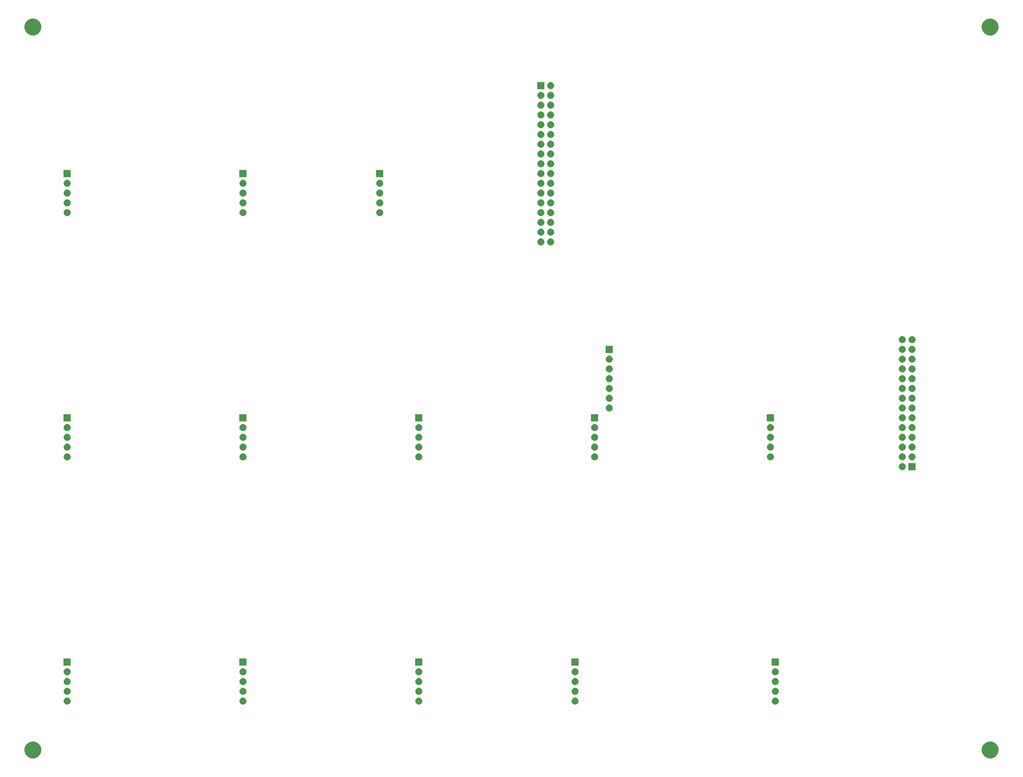
<source format=gbs>
G04 #@! TF.GenerationSoftware,KiCad,Pcbnew,5.0.1*
G04 #@! TF.CreationDate,2018-12-21T00:49:29+11:00*
G04 #@! TF.ProjectId,cpld-cpu,63706C642D6370752E6B696361645F70,rev?*
G04 #@! TF.SameCoordinates,Original*
G04 #@! TF.FileFunction,Soldermask,Bot*
G04 #@! TF.FilePolarity,Negative*
%FSLAX46Y46*%
G04 Gerber Fmt 4.6, Leading zero omitted, Abs format (unit mm)*
G04 Created by KiCad (PCBNEW 5.0.1) date Fri 21 Dec 2018 00:49:29 AEDT*
%MOMM*%
%LPD*%
G01*
G04 APERTURE LIST*
%ADD10C,0.050000*%
G04 APERTURE END LIST*
D10*
G36*
X264801719Y-201084545D02*
X265202089Y-201250384D01*
X265202091Y-201250385D01*
X265562418Y-201491148D01*
X265868852Y-201797582D01*
X265868854Y-201797585D01*
X266109616Y-202157911D01*
X266275455Y-202558281D01*
X266360000Y-202983318D01*
X266360000Y-203416682D01*
X266275455Y-203841719D01*
X266109616Y-204242089D01*
X266109615Y-204242091D01*
X265868852Y-204602418D01*
X265562418Y-204908852D01*
X265202091Y-205149615D01*
X265202090Y-205149616D01*
X265202089Y-205149616D01*
X264801719Y-205315455D01*
X264376682Y-205400000D01*
X263943318Y-205400000D01*
X263518281Y-205315455D01*
X263117911Y-205149616D01*
X263117910Y-205149616D01*
X263117909Y-205149615D01*
X262757582Y-204908852D01*
X262451148Y-204602418D01*
X262210385Y-204242091D01*
X262210384Y-204242089D01*
X262044545Y-203841719D01*
X261960000Y-203416682D01*
X261960000Y-202983318D01*
X262044545Y-202558281D01*
X262210384Y-202157911D01*
X262451146Y-201797585D01*
X262451148Y-201797582D01*
X262757582Y-201491148D01*
X263117909Y-201250385D01*
X263117911Y-201250384D01*
X263518281Y-201084545D01*
X263943318Y-201000000D01*
X264376682Y-201000000D01*
X264801719Y-201084545D01*
X264801719Y-201084545D01*
G37*
G36*
X15881719Y-201084545D02*
X16282089Y-201250384D01*
X16282091Y-201250385D01*
X16642418Y-201491148D01*
X16948852Y-201797582D01*
X16948854Y-201797585D01*
X17189616Y-202157911D01*
X17355455Y-202558281D01*
X17440000Y-202983318D01*
X17440000Y-203416682D01*
X17355455Y-203841719D01*
X17189616Y-204242089D01*
X17189615Y-204242091D01*
X16948852Y-204602418D01*
X16642418Y-204908852D01*
X16282091Y-205149615D01*
X16282090Y-205149616D01*
X16282089Y-205149616D01*
X15881719Y-205315455D01*
X15456682Y-205400000D01*
X15023318Y-205400000D01*
X14598281Y-205315455D01*
X14197911Y-205149616D01*
X14197910Y-205149616D01*
X14197909Y-205149615D01*
X13837582Y-204908852D01*
X13531148Y-204602418D01*
X13290385Y-204242091D01*
X13290384Y-204242089D01*
X13124545Y-203841719D01*
X13040000Y-203416682D01*
X13040000Y-202983318D01*
X13124545Y-202558281D01*
X13290384Y-202157911D01*
X13531146Y-201797585D01*
X13531148Y-201797582D01*
X13837582Y-201491148D01*
X14197909Y-201250385D01*
X14197911Y-201250384D01*
X14598281Y-201084545D01*
X15023318Y-201000000D01*
X15456682Y-201000000D01*
X15881719Y-201084545D01*
X15881719Y-201084545D01*
G37*
G36*
X208456431Y-189613023D02*
X208626081Y-189664486D01*
X208782432Y-189748057D01*
X208919475Y-189860525D01*
X209031943Y-189997568D01*
X209115514Y-190153919D01*
X209166977Y-190323569D01*
X209184354Y-190500000D01*
X209166977Y-190676431D01*
X209115514Y-190846081D01*
X209031943Y-191002432D01*
X208919475Y-191139475D01*
X208782432Y-191251943D01*
X208626081Y-191335514D01*
X208456431Y-191386977D01*
X208324207Y-191400000D01*
X208235793Y-191400000D01*
X208103569Y-191386977D01*
X207933919Y-191335514D01*
X207777568Y-191251943D01*
X207640525Y-191139475D01*
X207528057Y-191002432D01*
X207444486Y-190846081D01*
X207393023Y-190676431D01*
X207375646Y-190500000D01*
X207393023Y-190323569D01*
X207444486Y-190153919D01*
X207528057Y-189997568D01*
X207640525Y-189860525D01*
X207777568Y-189748057D01*
X207933919Y-189664486D01*
X208103569Y-189613023D01*
X208235793Y-189600000D01*
X208324207Y-189600000D01*
X208456431Y-189613023D01*
X208456431Y-189613023D01*
G37*
G36*
X24306431Y-189613023D02*
X24476081Y-189664486D01*
X24632432Y-189748057D01*
X24769475Y-189860525D01*
X24881943Y-189997568D01*
X24965514Y-190153919D01*
X25016977Y-190323569D01*
X25034354Y-190500000D01*
X25016977Y-190676431D01*
X24965514Y-190846081D01*
X24881943Y-191002432D01*
X24769475Y-191139475D01*
X24632432Y-191251943D01*
X24476081Y-191335514D01*
X24306431Y-191386977D01*
X24174207Y-191400000D01*
X24085793Y-191400000D01*
X23953569Y-191386977D01*
X23783919Y-191335514D01*
X23627568Y-191251943D01*
X23490525Y-191139475D01*
X23378057Y-191002432D01*
X23294486Y-190846081D01*
X23243023Y-190676431D01*
X23225646Y-190500000D01*
X23243023Y-190323569D01*
X23294486Y-190153919D01*
X23378057Y-189997568D01*
X23490525Y-189860525D01*
X23627568Y-189748057D01*
X23783919Y-189664486D01*
X23953569Y-189613023D01*
X24085793Y-189600000D01*
X24174207Y-189600000D01*
X24306431Y-189613023D01*
X24306431Y-189613023D01*
G37*
G36*
X70026431Y-189613023D02*
X70196081Y-189664486D01*
X70352432Y-189748057D01*
X70489475Y-189860525D01*
X70601943Y-189997568D01*
X70685514Y-190153919D01*
X70736977Y-190323569D01*
X70754354Y-190500000D01*
X70736977Y-190676431D01*
X70685514Y-190846081D01*
X70601943Y-191002432D01*
X70489475Y-191139475D01*
X70352432Y-191251943D01*
X70196081Y-191335514D01*
X70026431Y-191386977D01*
X69894207Y-191400000D01*
X69805793Y-191400000D01*
X69673569Y-191386977D01*
X69503919Y-191335514D01*
X69347568Y-191251943D01*
X69210525Y-191139475D01*
X69098057Y-191002432D01*
X69014486Y-190846081D01*
X68963023Y-190676431D01*
X68945646Y-190500000D01*
X68963023Y-190323569D01*
X69014486Y-190153919D01*
X69098057Y-189997568D01*
X69210525Y-189860525D01*
X69347568Y-189748057D01*
X69503919Y-189664486D01*
X69673569Y-189613023D01*
X69805793Y-189600000D01*
X69894207Y-189600000D01*
X70026431Y-189613023D01*
X70026431Y-189613023D01*
G37*
G36*
X115746431Y-189613023D02*
X115916081Y-189664486D01*
X116072432Y-189748057D01*
X116209475Y-189860525D01*
X116321943Y-189997568D01*
X116405514Y-190153919D01*
X116456977Y-190323569D01*
X116474354Y-190500000D01*
X116456977Y-190676431D01*
X116405514Y-190846081D01*
X116321943Y-191002432D01*
X116209475Y-191139475D01*
X116072432Y-191251943D01*
X115916081Y-191335514D01*
X115746431Y-191386977D01*
X115614207Y-191400000D01*
X115525793Y-191400000D01*
X115393569Y-191386977D01*
X115223919Y-191335514D01*
X115067568Y-191251943D01*
X114930525Y-191139475D01*
X114818057Y-191002432D01*
X114734486Y-190846081D01*
X114683023Y-190676431D01*
X114665646Y-190500000D01*
X114683023Y-190323569D01*
X114734486Y-190153919D01*
X114818057Y-189997568D01*
X114930525Y-189860525D01*
X115067568Y-189748057D01*
X115223919Y-189664486D01*
X115393569Y-189613023D01*
X115525793Y-189600000D01*
X115614207Y-189600000D01*
X115746431Y-189613023D01*
X115746431Y-189613023D01*
G37*
G36*
X156386431Y-189613023D02*
X156556081Y-189664486D01*
X156712432Y-189748057D01*
X156849475Y-189860525D01*
X156961943Y-189997568D01*
X157045514Y-190153919D01*
X157096977Y-190323569D01*
X157114354Y-190500000D01*
X157096977Y-190676431D01*
X157045514Y-190846081D01*
X156961943Y-191002432D01*
X156849475Y-191139475D01*
X156712432Y-191251943D01*
X156556081Y-191335514D01*
X156386431Y-191386977D01*
X156254207Y-191400000D01*
X156165793Y-191400000D01*
X156033569Y-191386977D01*
X155863919Y-191335514D01*
X155707568Y-191251943D01*
X155570525Y-191139475D01*
X155458057Y-191002432D01*
X155374486Y-190846081D01*
X155323023Y-190676431D01*
X155305646Y-190500000D01*
X155323023Y-190323569D01*
X155374486Y-190153919D01*
X155458057Y-189997568D01*
X155570525Y-189860525D01*
X155707568Y-189748057D01*
X155863919Y-189664486D01*
X156033569Y-189613023D01*
X156165793Y-189600000D01*
X156254207Y-189600000D01*
X156386431Y-189613023D01*
X156386431Y-189613023D01*
G37*
G36*
X24306431Y-187073023D02*
X24476081Y-187124486D01*
X24632432Y-187208057D01*
X24769475Y-187320525D01*
X24881943Y-187457568D01*
X24965514Y-187613919D01*
X25016977Y-187783569D01*
X25034354Y-187960000D01*
X25016977Y-188136431D01*
X24965514Y-188306081D01*
X24881943Y-188462432D01*
X24769475Y-188599475D01*
X24632432Y-188711943D01*
X24476081Y-188795514D01*
X24306431Y-188846977D01*
X24174207Y-188860000D01*
X24085793Y-188860000D01*
X23953569Y-188846977D01*
X23783919Y-188795514D01*
X23627568Y-188711943D01*
X23490525Y-188599475D01*
X23378057Y-188462432D01*
X23294486Y-188306081D01*
X23243023Y-188136431D01*
X23225646Y-187960000D01*
X23243023Y-187783569D01*
X23294486Y-187613919D01*
X23378057Y-187457568D01*
X23490525Y-187320525D01*
X23627568Y-187208057D01*
X23783919Y-187124486D01*
X23953569Y-187073023D01*
X24085793Y-187060000D01*
X24174207Y-187060000D01*
X24306431Y-187073023D01*
X24306431Y-187073023D01*
G37*
G36*
X115746431Y-187073023D02*
X115916081Y-187124486D01*
X116072432Y-187208057D01*
X116209475Y-187320525D01*
X116321943Y-187457568D01*
X116405514Y-187613919D01*
X116456977Y-187783569D01*
X116474354Y-187960000D01*
X116456977Y-188136431D01*
X116405514Y-188306081D01*
X116321943Y-188462432D01*
X116209475Y-188599475D01*
X116072432Y-188711943D01*
X115916081Y-188795514D01*
X115746431Y-188846977D01*
X115614207Y-188860000D01*
X115525793Y-188860000D01*
X115393569Y-188846977D01*
X115223919Y-188795514D01*
X115067568Y-188711943D01*
X114930525Y-188599475D01*
X114818057Y-188462432D01*
X114734486Y-188306081D01*
X114683023Y-188136431D01*
X114665646Y-187960000D01*
X114683023Y-187783569D01*
X114734486Y-187613919D01*
X114818057Y-187457568D01*
X114930525Y-187320525D01*
X115067568Y-187208057D01*
X115223919Y-187124486D01*
X115393569Y-187073023D01*
X115525793Y-187060000D01*
X115614207Y-187060000D01*
X115746431Y-187073023D01*
X115746431Y-187073023D01*
G37*
G36*
X156386431Y-187073023D02*
X156556081Y-187124486D01*
X156712432Y-187208057D01*
X156849475Y-187320525D01*
X156961943Y-187457568D01*
X157045514Y-187613919D01*
X157096977Y-187783569D01*
X157114354Y-187960000D01*
X157096977Y-188136431D01*
X157045514Y-188306081D01*
X156961943Y-188462432D01*
X156849475Y-188599475D01*
X156712432Y-188711943D01*
X156556081Y-188795514D01*
X156386431Y-188846977D01*
X156254207Y-188860000D01*
X156165793Y-188860000D01*
X156033569Y-188846977D01*
X155863919Y-188795514D01*
X155707568Y-188711943D01*
X155570525Y-188599475D01*
X155458057Y-188462432D01*
X155374486Y-188306081D01*
X155323023Y-188136431D01*
X155305646Y-187960000D01*
X155323023Y-187783569D01*
X155374486Y-187613919D01*
X155458057Y-187457568D01*
X155570525Y-187320525D01*
X155707568Y-187208057D01*
X155863919Y-187124486D01*
X156033569Y-187073023D01*
X156165793Y-187060000D01*
X156254207Y-187060000D01*
X156386431Y-187073023D01*
X156386431Y-187073023D01*
G37*
G36*
X70026431Y-187073023D02*
X70196081Y-187124486D01*
X70352432Y-187208057D01*
X70489475Y-187320525D01*
X70601943Y-187457568D01*
X70685514Y-187613919D01*
X70736977Y-187783569D01*
X70754354Y-187960000D01*
X70736977Y-188136431D01*
X70685514Y-188306081D01*
X70601943Y-188462432D01*
X70489475Y-188599475D01*
X70352432Y-188711943D01*
X70196081Y-188795514D01*
X70026431Y-188846977D01*
X69894207Y-188860000D01*
X69805793Y-188860000D01*
X69673569Y-188846977D01*
X69503919Y-188795514D01*
X69347568Y-188711943D01*
X69210525Y-188599475D01*
X69098057Y-188462432D01*
X69014486Y-188306081D01*
X68963023Y-188136431D01*
X68945646Y-187960000D01*
X68963023Y-187783569D01*
X69014486Y-187613919D01*
X69098057Y-187457568D01*
X69210525Y-187320525D01*
X69347568Y-187208057D01*
X69503919Y-187124486D01*
X69673569Y-187073023D01*
X69805793Y-187060000D01*
X69894207Y-187060000D01*
X70026431Y-187073023D01*
X70026431Y-187073023D01*
G37*
G36*
X208456431Y-187073023D02*
X208626081Y-187124486D01*
X208782432Y-187208057D01*
X208919475Y-187320525D01*
X209031943Y-187457568D01*
X209115514Y-187613919D01*
X209166977Y-187783569D01*
X209184354Y-187960000D01*
X209166977Y-188136431D01*
X209115514Y-188306081D01*
X209031943Y-188462432D01*
X208919475Y-188599475D01*
X208782432Y-188711943D01*
X208626081Y-188795514D01*
X208456431Y-188846977D01*
X208324207Y-188860000D01*
X208235793Y-188860000D01*
X208103569Y-188846977D01*
X207933919Y-188795514D01*
X207777568Y-188711943D01*
X207640525Y-188599475D01*
X207528057Y-188462432D01*
X207444486Y-188306081D01*
X207393023Y-188136431D01*
X207375646Y-187960000D01*
X207393023Y-187783569D01*
X207444486Y-187613919D01*
X207528057Y-187457568D01*
X207640525Y-187320525D01*
X207777568Y-187208057D01*
X207933919Y-187124486D01*
X208103569Y-187073023D01*
X208235793Y-187060000D01*
X208324207Y-187060000D01*
X208456431Y-187073023D01*
X208456431Y-187073023D01*
G37*
G36*
X208456431Y-184533023D02*
X208626081Y-184584486D01*
X208782432Y-184668057D01*
X208919475Y-184780525D01*
X209031943Y-184917568D01*
X209115514Y-185073919D01*
X209166977Y-185243569D01*
X209184354Y-185420000D01*
X209166977Y-185596431D01*
X209115514Y-185766081D01*
X209031943Y-185922432D01*
X208919475Y-186059475D01*
X208782432Y-186171943D01*
X208626081Y-186255514D01*
X208456431Y-186306977D01*
X208324207Y-186320000D01*
X208235793Y-186320000D01*
X208103569Y-186306977D01*
X207933919Y-186255514D01*
X207777568Y-186171943D01*
X207640525Y-186059475D01*
X207528057Y-185922432D01*
X207444486Y-185766081D01*
X207393023Y-185596431D01*
X207375646Y-185420000D01*
X207393023Y-185243569D01*
X207444486Y-185073919D01*
X207528057Y-184917568D01*
X207640525Y-184780525D01*
X207777568Y-184668057D01*
X207933919Y-184584486D01*
X208103569Y-184533023D01*
X208235793Y-184520000D01*
X208324207Y-184520000D01*
X208456431Y-184533023D01*
X208456431Y-184533023D01*
G37*
G36*
X70026431Y-184533023D02*
X70196081Y-184584486D01*
X70352432Y-184668057D01*
X70489475Y-184780525D01*
X70601943Y-184917568D01*
X70685514Y-185073919D01*
X70736977Y-185243569D01*
X70754354Y-185420000D01*
X70736977Y-185596431D01*
X70685514Y-185766081D01*
X70601943Y-185922432D01*
X70489475Y-186059475D01*
X70352432Y-186171943D01*
X70196081Y-186255514D01*
X70026431Y-186306977D01*
X69894207Y-186320000D01*
X69805793Y-186320000D01*
X69673569Y-186306977D01*
X69503919Y-186255514D01*
X69347568Y-186171943D01*
X69210525Y-186059475D01*
X69098057Y-185922432D01*
X69014486Y-185766081D01*
X68963023Y-185596431D01*
X68945646Y-185420000D01*
X68963023Y-185243569D01*
X69014486Y-185073919D01*
X69098057Y-184917568D01*
X69210525Y-184780525D01*
X69347568Y-184668057D01*
X69503919Y-184584486D01*
X69673569Y-184533023D01*
X69805793Y-184520000D01*
X69894207Y-184520000D01*
X70026431Y-184533023D01*
X70026431Y-184533023D01*
G37*
G36*
X24306431Y-184533023D02*
X24476081Y-184584486D01*
X24632432Y-184668057D01*
X24769475Y-184780525D01*
X24881943Y-184917568D01*
X24965514Y-185073919D01*
X25016977Y-185243569D01*
X25034354Y-185420000D01*
X25016977Y-185596431D01*
X24965514Y-185766081D01*
X24881943Y-185922432D01*
X24769475Y-186059475D01*
X24632432Y-186171943D01*
X24476081Y-186255514D01*
X24306431Y-186306977D01*
X24174207Y-186320000D01*
X24085793Y-186320000D01*
X23953569Y-186306977D01*
X23783919Y-186255514D01*
X23627568Y-186171943D01*
X23490525Y-186059475D01*
X23378057Y-185922432D01*
X23294486Y-185766081D01*
X23243023Y-185596431D01*
X23225646Y-185420000D01*
X23243023Y-185243569D01*
X23294486Y-185073919D01*
X23378057Y-184917568D01*
X23490525Y-184780525D01*
X23627568Y-184668057D01*
X23783919Y-184584486D01*
X23953569Y-184533023D01*
X24085793Y-184520000D01*
X24174207Y-184520000D01*
X24306431Y-184533023D01*
X24306431Y-184533023D01*
G37*
G36*
X115746431Y-184533023D02*
X115916081Y-184584486D01*
X116072432Y-184668057D01*
X116209475Y-184780525D01*
X116321943Y-184917568D01*
X116405514Y-185073919D01*
X116456977Y-185243569D01*
X116474354Y-185420000D01*
X116456977Y-185596431D01*
X116405514Y-185766081D01*
X116321943Y-185922432D01*
X116209475Y-186059475D01*
X116072432Y-186171943D01*
X115916081Y-186255514D01*
X115746431Y-186306977D01*
X115614207Y-186320000D01*
X115525793Y-186320000D01*
X115393569Y-186306977D01*
X115223919Y-186255514D01*
X115067568Y-186171943D01*
X114930525Y-186059475D01*
X114818057Y-185922432D01*
X114734486Y-185766081D01*
X114683023Y-185596431D01*
X114665646Y-185420000D01*
X114683023Y-185243569D01*
X114734486Y-185073919D01*
X114818057Y-184917568D01*
X114930525Y-184780525D01*
X115067568Y-184668057D01*
X115223919Y-184584486D01*
X115393569Y-184533023D01*
X115525793Y-184520000D01*
X115614207Y-184520000D01*
X115746431Y-184533023D01*
X115746431Y-184533023D01*
G37*
G36*
X156386431Y-184533023D02*
X156556081Y-184584486D01*
X156712432Y-184668057D01*
X156849475Y-184780525D01*
X156961943Y-184917568D01*
X157045514Y-185073919D01*
X157096977Y-185243569D01*
X157114354Y-185420000D01*
X157096977Y-185596431D01*
X157045514Y-185766081D01*
X156961943Y-185922432D01*
X156849475Y-186059475D01*
X156712432Y-186171943D01*
X156556081Y-186255514D01*
X156386431Y-186306977D01*
X156254207Y-186320000D01*
X156165793Y-186320000D01*
X156033569Y-186306977D01*
X155863919Y-186255514D01*
X155707568Y-186171943D01*
X155570525Y-186059475D01*
X155458057Y-185922432D01*
X155374486Y-185766081D01*
X155323023Y-185596431D01*
X155305646Y-185420000D01*
X155323023Y-185243569D01*
X155374486Y-185073919D01*
X155458057Y-184917568D01*
X155570525Y-184780525D01*
X155707568Y-184668057D01*
X155863919Y-184584486D01*
X156033569Y-184533023D01*
X156165793Y-184520000D01*
X156254207Y-184520000D01*
X156386431Y-184533023D01*
X156386431Y-184533023D01*
G37*
G36*
X156386431Y-181993023D02*
X156556081Y-182044486D01*
X156712432Y-182128057D01*
X156849475Y-182240525D01*
X156961943Y-182377568D01*
X157045514Y-182533919D01*
X157096977Y-182703569D01*
X157114354Y-182880000D01*
X157096977Y-183056431D01*
X157045514Y-183226081D01*
X156961943Y-183382432D01*
X156849475Y-183519475D01*
X156712432Y-183631943D01*
X156556081Y-183715514D01*
X156386431Y-183766977D01*
X156254207Y-183780000D01*
X156165793Y-183780000D01*
X156033569Y-183766977D01*
X155863919Y-183715514D01*
X155707568Y-183631943D01*
X155570525Y-183519475D01*
X155458057Y-183382432D01*
X155374486Y-183226081D01*
X155323023Y-183056431D01*
X155305646Y-182880000D01*
X155323023Y-182703569D01*
X155374486Y-182533919D01*
X155458057Y-182377568D01*
X155570525Y-182240525D01*
X155707568Y-182128057D01*
X155863919Y-182044486D01*
X156033569Y-181993023D01*
X156165793Y-181980000D01*
X156254207Y-181980000D01*
X156386431Y-181993023D01*
X156386431Y-181993023D01*
G37*
G36*
X208456431Y-181993023D02*
X208626081Y-182044486D01*
X208782432Y-182128057D01*
X208919475Y-182240525D01*
X209031943Y-182377568D01*
X209115514Y-182533919D01*
X209166977Y-182703569D01*
X209184354Y-182880000D01*
X209166977Y-183056431D01*
X209115514Y-183226081D01*
X209031943Y-183382432D01*
X208919475Y-183519475D01*
X208782432Y-183631943D01*
X208626081Y-183715514D01*
X208456431Y-183766977D01*
X208324207Y-183780000D01*
X208235793Y-183780000D01*
X208103569Y-183766977D01*
X207933919Y-183715514D01*
X207777568Y-183631943D01*
X207640525Y-183519475D01*
X207528057Y-183382432D01*
X207444486Y-183226081D01*
X207393023Y-183056431D01*
X207375646Y-182880000D01*
X207393023Y-182703569D01*
X207444486Y-182533919D01*
X207528057Y-182377568D01*
X207640525Y-182240525D01*
X207777568Y-182128057D01*
X207933919Y-182044486D01*
X208103569Y-181993023D01*
X208235793Y-181980000D01*
X208324207Y-181980000D01*
X208456431Y-181993023D01*
X208456431Y-181993023D01*
G37*
G36*
X24306431Y-181993023D02*
X24476081Y-182044486D01*
X24632432Y-182128057D01*
X24769475Y-182240525D01*
X24881943Y-182377568D01*
X24965514Y-182533919D01*
X25016977Y-182703569D01*
X25034354Y-182880000D01*
X25016977Y-183056431D01*
X24965514Y-183226081D01*
X24881943Y-183382432D01*
X24769475Y-183519475D01*
X24632432Y-183631943D01*
X24476081Y-183715514D01*
X24306431Y-183766977D01*
X24174207Y-183780000D01*
X24085793Y-183780000D01*
X23953569Y-183766977D01*
X23783919Y-183715514D01*
X23627568Y-183631943D01*
X23490525Y-183519475D01*
X23378057Y-183382432D01*
X23294486Y-183226081D01*
X23243023Y-183056431D01*
X23225646Y-182880000D01*
X23243023Y-182703569D01*
X23294486Y-182533919D01*
X23378057Y-182377568D01*
X23490525Y-182240525D01*
X23627568Y-182128057D01*
X23783919Y-182044486D01*
X23953569Y-181993023D01*
X24085793Y-181980000D01*
X24174207Y-181980000D01*
X24306431Y-181993023D01*
X24306431Y-181993023D01*
G37*
G36*
X70026431Y-181993023D02*
X70196081Y-182044486D01*
X70352432Y-182128057D01*
X70489475Y-182240525D01*
X70601943Y-182377568D01*
X70685514Y-182533919D01*
X70736977Y-182703569D01*
X70754354Y-182880000D01*
X70736977Y-183056431D01*
X70685514Y-183226081D01*
X70601943Y-183382432D01*
X70489475Y-183519475D01*
X70352432Y-183631943D01*
X70196081Y-183715514D01*
X70026431Y-183766977D01*
X69894207Y-183780000D01*
X69805793Y-183780000D01*
X69673569Y-183766977D01*
X69503919Y-183715514D01*
X69347568Y-183631943D01*
X69210525Y-183519475D01*
X69098057Y-183382432D01*
X69014486Y-183226081D01*
X68963023Y-183056431D01*
X68945646Y-182880000D01*
X68963023Y-182703569D01*
X69014486Y-182533919D01*
X69098057Y-182377568D01*
X69210525Y-182240525D01*
X69347568Y-182128057D01*
X69503919Y-182044486D01*
X69673569Y-181993023D01*
X69805793Y-181980000D01*
X69894207Y-181980000D01*
X70026431Y-181993023D01*
X70026431Y-181993023D01*
G37*
G36*
X115746431Y-181993023D02*
X115916081Y-182044486D01*
X116072432Y-182128057D01*
X116209475Y-182240525D01*
X116321943Y-182377568D01*
X116405514Y-182533919D01*
X116456977Y-182703569D01*
X116474354Y-182880000D01*
X116456977Y-183056431D01*
X116405514Y-183226081D01*
X116321943Y-183382432D01*
X116209475Y-183519475D01*
X116072432Y-183631943D01*
X115916081Y-183715514D01*
X115746431Y-183766977D01*
X115614207Y-183780000D01*
X115525793Y-183780000D01*
X115393569Y-183766977D01*
X115223919Y-183715514D01*
X115067568Y-183631943D01*
X114930525Y-183519475D01*
X114818057Y-183382432D01*
X114734486Y-183226081D01*
X114683023Y-183056431D01*
X114665646Y-182880000D01*
X114683023Y-182703569D01*
X114734486Y-182533919D01*
X114818057Y-182377568D01*
X114930525Y-182240525D01*
X115067568Y-182128057D01*
X115223919Y-182044486D01*
X115393569Y-181993023D01*
X115525793Y-181980000D01*
X115614207Y-181980000D01*
X115746431Y-181993023D01*
X115746431Y-181993023D01*
G37*
G36*
X25030000Y-181240000D02*
X23230000Y-181240000D01*
X23230000Y-179440000D01*
X25030000Y-179440000D01*
X25030000Y-181240000D01*
X25030000Y-181240000D01*
G37*
G36*
X209180000Y-181240000D02*
X207380000Y-181240000D01*
X207380000Y-179440000D01*
X209180000Y-179440000D01*
X209180000Y-181240000D01*
X209180000Y-181240000D01*
G37*
G36*
X157110000Y-181240000D02*
X155310000Y-181240000D01*
X155310000Y-179440000D01*
X157110000Y-179440000D01*
X157110000Y-181240000D01*
X157110000Y-181240000D01*
G37*
G36*
X70750000Y-181240000D02*
X68950000Y-181240000D01*
X68950000Y-179440000D01*
X70750000Y-179440000D01*
X70750000Y-181240000D01*
X70750000Y-181240000D01*
G37*
G36*
X116470000Y-181240000D02*
X114670000Y-181240000D01*
X114670000Y-179440000D01*
X116470000Y-179440000D01*
X116470000Y-181240000D01*
X116470000Y-181240000D01*
G37*
G36*
X244740000Y-130440000D02*
X242940000Y-130440000D01*
X242940000Y-128640000D01*
X244740000Y-128640000D01*
X244740000Y-130440000D01*
X244740000Y-130440000D01*
G37*
G36*
X241476431Y-128653023D02*
X241646081Y-128704486D01*
X241802432Y-128788057D01*
X241939475Y-128900525D01*
X242051943Y-129037568D01*
X242135514Y-129193919D01*
X242186977Y-129363569D01*
X242204354Y-129540000D01*
X242186977Y-129716431D01*
X242135514Y-129886081D01*
X242051943Y-130042432D01*
X241939475Y-130179475D01*
X241802432Y-130291943D01*
X241646081Y-130375514D01*
X241476431Y-130426977D01*
X241344207Y-130440000D01*
X241255793Y-130440000D01*
X241123569Y-130426977D01*
X240953919Y-130375514D01*
X240797568Y-130291943D01*
X240660525Y-130179475D01*
X240548057Y-130042432D01*
X240464486Y-129886081D01*
X240413023Y-129716431D01*
X240395646Y-129540000D01*
X240413023Y-129363569D01*
X240464486Y-129193919D01*
X240548057Y-129037568D01*
X240660525Y-128900525D01*
X240797568Y-128788057D01*
X240953919Y-128704486D01*
X241123569Y-128653023D01*
X241255793Y-128640000D01*
X241344207Y-128640000D01*
X241476431Y-128653023D01*
X241476431Y-128653023D01*
G37*
G36*
X161466431Y-126113023D02*
X161636081Y-126164486D01*
X161792432Y-126248057D01*
X161929475Y-126360525D01*
X162041943Y-126497568D01*
X162125514Y-126653919D01*
X162176977Y-126823569D01*
X162194354Y-127000000D01*
X162176977Y-127176431D01*
X162125514Y-127346081D01*
X162041943Y-127502432D01*
X161929475Y-127639475D01*
X161792432Y-127751943D01*
X161636081Y-127835514D01*
X161466431Y-127886977D01*
X161334207Y-127900000D01*
X161245793Y-127900000D01*
X161113569Y-127886977D01*
X160943919Y-127835514D01*
X160787568Y-127751943D01*
X160650525Y-127639475D01*
X160538057Y-127502432D01*
X160454486Y-127346081D01*
X160403023Y-127176431D01*
X160385646Y-127000000D01*
X160403023Y-126823569D01*
X160454486Y-126653919D01*
X160538057Y-126497568D01*
X160650525Y-126360525D01*
X160787568Y-126248057D01*
X160943919Y-126164486D01*
X161113569Y-126113023D01*
X161245793Y-126100000D01*
X161334207Y-126100000D01*
X161466431Y-126113023D01*
X161466431Y-126113023D01*
G37*
G36*
X115746431Y-126113023D02*
X115916081Y-126164486D01*
X116072432Y-126248057D01*
X116209475Y-126360525D01*
X116321943Y-126497568D01*
X116405514Y-126653919D01*
X116456977Y-126823569D01*
X116474354Y-127000000D01*
X116456977Y-127176431D01*
X116405514Y-127346081D01*
X116321943Y-127502432D01*
X116209475Y-127639475D01*
X116072432Y-127751943D01*
X115916081Y-127835514D01*
X115746431Y-127886977D01*
X115614207Y-127900000D01*
X115525793Y-127900000D01*
X115393569Y-127886977D01*
X115223919Y-127835514D01*
X115067568Y-127751943D01*
X114930525Y-127639475D01*
X114818057Y-127502432D01*
X114734486Y-127346081D01*
X114683023Y-127176431D01*
X114665646Y-127000000D01*
X114683023Y-126823569D01*
X114734486Y-126653919D01*
X114818057Y-126497568D01*
X114930525Y-126360525D01*
X115067568Y-126248057D01*
X115223919Y-126164486D01*
X115393569Y-126113023D01*
X115525793Y-126100000D01*
X115614207Y-126100000D01*
X115746431Y-126113023D01*
X115746431Y-126113023D01*
G37*
G36*
X241476431Y-126113023D02*
X241646081Y-126164486D01*
X241802432Y-126248057D01*
X241939475Y-126360525D01*
X242051943Y-126497568D01*
X242135514Y-126653919D01*
X242186977Y-126823569D01*
X242204354Y-127000000D01*
X242186977Y-127176431D01*
X242135514Y-127346081D01*
X242051943Y-127502432D01*
X241939475Y-127639475D01*
X241802432Y-127751943D01*
X241646081Y-127835514D01*
X241476431Y-127886977D01*
X241344207Y-127900000D01*
X241255793Y-127900000D01*
X241123569Y-127886977D01*
X240953919Y-127835514D01*
X240797568Y-127751943D01*
X240660525Y-127639475D01*
X240548057Y-127502432D01*
X240464486Y-127346081D01*
X240413023Y-127176431D01*
X240395646Y-127000000D01*
X240413023Y-126823569D01*
X240464486Y-126653919D01*
X240548057Y-126497568D01*
X240660525Y-126360525D01*
X240797568Y-126248057D01*
X240953919Y-126164486D01*
X241123569Y-126113023D01*
X241255793Y-126100000D01*
X241344207Y-126100000D01*
X241476431Y-126113023D01*
X241476431Y-126113023D01*
G37*
G36*
X24306431Y-126113023D02*
X24476081Y-126164486D01*
X24632432Y-126248057D01*
X24769475Y-126360525D01*
X24881943Y-126497568D01*
X24965514Y-126653919D01*
X25016977Y-126823569D01*
X25034354Y-127000000D01*
X25016977Y-127176431D01*
X24965514Y-127346081D01*
X24881943Y-127502432D01*
X24769475Y-127639475D01*
X24632432Y-127751943D01*
X24476081Y-127835514D01*
X24306431Y-127886977D01*
X24174207Y-127900000D01*
X24085793Y-127900000D01*
X23953569Y-127886977D01*
X23783919Y-127835514D01*
X23627568Y-127751943D01*
X23490525Y-127639475D01*
X23378057Y-127502432D01*
X23294486Y-127346081D01*
X23243023Y-127176431D01*
X23225646Y-127000000D01*
X23243023Y-126823569D01*
X23294486Y-126653919D01*
X23378057Y-126497568D01*
X23490525Y-126360525D01*
X23627568Y-126248057D01*
X23783919Y-126164486D01*
X23953569Y-126113023D01*
X24085793Y-126100000D01*
X24174207Y-126100000D01*
X24306431Y-126113023D01*
X24306431Y-126113023D01*
G37*
G36*
X244016431Y-126113023D02*
X244186081Y-126164486D01*
X244342432Y-126248057D01*
X244479475Y-126360525D01*
X244591943Y-126497568D01*
X244675514Y-126653919D01*
X244726977Y-126823569D01*
X244744354Y-127000000D01*
X244726977Y-127176431D01*
X244675514Y-127346081D01*
X244591943Y-127502432D01*
X244479475Y-127639475D01*
X244342432Y-127751943D01*
X244186081Y-127835514D01*
X244016431Y-127886977D01*
X243884207Y-127900000D01*
X243795793Y-127900000D01*
X243663569Y-127886977D01*
X243493919Y-127835514D01*
X243337568Y-127751943D01*
X243200525Y-127639475D01*
X243088057Y-127502432D01*
X243004486Y-127346081D01*
X242953023Y-127176431D01*
X242935646Y-127000000D01*
X242953023Y-126823569D01*
X243004486Y-126653919D01*
X243088057Y-126497568D01*
X243200525Y-126360525D01*
X243337568Y-126248057D01*
X243493919Y-126164486D01*
X243663569Y-126113023D01*
X243795793Y-126100000D01*
X243884207Y-126100000D01*
X244016431Y-126113023D01*
X244016431Y-126113023D01*
G37*
G36*
X207186431Y-126113023D02*
X207356081Y-126164486D01*
X207512432Y-126248057D01*
X207649475Y-126360525D01*
X207761943Y-126497568D01*
X207845514Y-126653919D01*
X207896977Y-126823569D01*
X207914354Y-127000000D01*
X207896977Y-127176431D01*
X207845514Y-127346081D01*
X207761943Y-127502432D01*
X207649475Y-127639475D01*
X207512432Y-127751943D01*
X207356081Y-127835514D01*
X207186431Y-127886977D01*
X207054207Y-127900000D01*
X206965793Y-127900000D01*
X206833569Y-127886977D01*
X206663919Y-127835514D01*
X206507568Y-127751943D01*
X206370525Y-127639475D01*
X206258057Y-127502432D01*
X206174486Y-127346081D01*
X206123023Y-127176431D01*
X206105646Y-127000000D01*
X206123023Y-126823569D01*
X206174486Y-126653919D01*
X206258057Y-126497568D01*
X206370525Y-126360525D01*
X206507568Y-126248057D01*
X206663919Y-126164486D01*
X206833569Y-126113023D01*
X206965793Y-126100000D01*
X207054207Y-126100000D01*
X207186431Y-126113023D01*
X207186431Y-126113023D01*
G37*
G36*
X70026431Y-126113023D02*
X70196081Y-126164486D01*
X70352432Y-126248057D01*
X70489475Y-126360525D01*
X70601943Y-126497568D01*
X70685514Y-126653919D01*
X70736977Y-126823569D01*
X70754354Y-127000000D01*
X70736977Y-127176431D01*
X70685514Y-127346081D01*
X70601943Y-127502432D01*
X70489475Y-127639475D01*
X70352432Y-127751943D01*
X70196081Y-127835514D01*
X70026431Y-127886977D01*
X69894207Y-127900000D01*
X69805793Y-127900000D01*
X69673569Y-127886977D01*
X69503919Y-127835514D01*
X69347568Y-127751943D01*
X69210525Y-127639475D01*
X69098057Y-127502432D01*
X69014486Y-127346081D01*
X68963023Y-127176431D01*
X68945646Y-127000000D01*
X68963023Y-126823569D01*
X69014486Y-126653919D01*
X69098057Y-126497568D01*
X69210525Y-126360525D01*
X69347568Y-126248057D01*
X69503919Y-126164486D01*
X69673569Y-126113023D01*
X69805793Y-126100000D01*
X69894207Y-126100000D01*
X70026431Y-126113023D01*
X70026431Y-126113023D01*
G37*
G36*
X207186431Y-123573023D02*
X207356081Y-123624486D01*
X207512432Y-123708057D01*
X207649475Y-123820525D01*
X207761943Y-123957568D01*
X207845514Y-124113919D01*
X207896977Y-124283569D01*
X207914354Y-124460000D01*
X207896977Y-124636431D01*
X207845514Y-124806081D01*
X207761943Y-124962432D01*
X207649475Y-125099475D01*
X207512432Y-125211943D01*
X207356081Y-125295514D01*
X207186431Y-125346977D01*
X207054207Y-125360000D01*
X206965793Y-125360000D01*
X206833569Y-125346977D01*
X206663919Y-125295514D01*
X206507568Y-125211943D01*
X206370525Y-125099475D01*
X206258057Y-124962432D01*
X206174486Y-124806081D01*
X206123023Y-124636431D01*
X206105646Y-124460000D01*
X206123023Y-124283569D01*
X206174486Y-124113919D01*
X206258057Y-123957568D01*
X206370525Y-123820525D01*
X206507568Y-123708057D01*
X206663919Y-123624486D01*
X206833569Y-123573023D01*
X206965793Y-123560000D01*
X207054207Y-123560000D01*
X207186431Y-123573023D01*
X207186431Y-123573023D01*
G37*
G36*
X244016431Y-123573023D02*
X244186081Y-123624486D01*
X244342432Y-123708057D01*
X244479475Y-123820525D01*
X244591943Y-123957568D01*
X244675514Y-124113919D01*
X244726977Y-124283569D01*
X244744354Y-124460000D01*
X244726977Y-124636431D01*
X244675514Y-124806081D01*
X244591943Y-124962432D01*
X244479475Y-125099475D01*
X244342432Y-125211943D01*
X244186081Y-125295514D01*
X244016431Y-125346977D01*
X243884207Y-125360000D01*
X243795793Y-125360000D01*
X243663569Y-125346977D01*
X243493919Y-125295514D01*
X243337568Y-125211943D01*
X243200525Y-125099475D01*
X243088057Y-124962432D01*
X243004486Y-124806081D01*
X242953023Y-124636431D01*
X242935646Y-124460000D01*
X242953023Y-124283569D01*
X243004486Y-124113919D01*
X243088057Y-123957568D01*
X243200525Y-123820525D01*
X243337568Y-123708057D01*
X243493919Y-123624486D01*
X243663569Y-123573023D01*
X243795793Y-123560000D01*
X243884207Y-123560000D01*
X244016431Y-123573023D01*
X244016431Y-123573023D01*
G37*
G36*
X70026431Y-123573023D02*
X70196081Y-123624486D01*
X70352432Y-123708057D01*
X70489475Y-123820525D01*
X70601943Y-123957568D01*
X70685514Y-124113919D01*
X70736977Y-124283569D01*
X70754354Y-124460000D01*
X70736977Y-124636431D01*
X70685514Y-124806081D01*
X70601943Y-124962432D01*
X70489475Y-125099475D01*
X70352432Y-125211943D01*
X70196081Y-125295514D01*
X70026431Y-125346977D01*
X69894207Y-125360000D01*
X69805793Y-125360000D01*
X69673569Y-125346977D01*
X69503919Y-125295514D01*
X69347568Y-125211943D01*
X69210525Y-125099475D01*
X69098057Y-124962432D01*
X69014486Y-124806081D01*
X68963023Y-124636431D01*
X68945646Y-124460000D01*
X68963023Y-124283569D01*
X69014486Y-124113919D01*
X69098057Y-123957568D01*
X69210525Y-123820525D01*
X69347568Y-123708057D01*
X69503919Y-123624486D01*
X69673569Y-123573023D01*
X69805793Y-123560000D01*
X69894207Y-123560000D01*
X70026431Y-123573023D01*
X70026431Y-123573023D01*
G37*
G36*
X24306431Y-123573023D02*
X24476081Y-123624486D01*
X24632432Y-123708057D01*
X24769475Y-123820525D01*
X24881943Y-123957568D01*
X24965514Y-124113919D01*
X25016977Y-124283569D01*
X25034354Y-124460000D01*
X25016977Y-124636431D01*
X24965514Y-124806081D01*
X24881943Y-124962432D01*
X24769475Y-125099475D01*
X24632432Y-125211943D01*
X24476081Y-125295514D01*
X24306431Y-125346977D01*
X24174207Y-125360000D01*
X24085793Y-125360000D01*
X23953569Y-125346977D01*
X23783919Y-125295514D01*
X23627568Y-125211943D01*
X23490525Y-125099475D01*
X23378057Y-124962432D01*
X23294486Y-124806081D01*
X23243023Y-124636431D01*
X23225646Y-124460000D01*
X23243023Y-124283569D01*
X23294486Y-124113919D01*
X23378057Y-123957568D01*
X23490525Y-123820525D01*
X23627568Y-123708057D01*
X23783919Y-123624486D01*
X23953569Y-123573023D01*
X24085793Y-123560000D01*
X24174207Y-123560000D01*
X24306431Y-123573023D01*
X24306431Y-123573023D01*
G37*
G36*
X115746431Y-123573023D02*
X115916081Y-123624486D01*
X116072432Y-123708057D01*
X116209475Y-123820525D01*
X116321943Y-123957568D01*
X116405514Y-124113919D01*
X116456977Y-124283569D01*
X116474354Y-124460000D01*
X116456977Y-124636431D01*
X116405514Y-124806081D01*
X116321943Y-124962432D01*
X116209475Y-125099475D01*
X116072432Y-125211943D01*
X115916081Y-125295514D01*
X115746431Y-125346977D01*
X115614207Y-125360000D01*
X115525793Y-125360000D01*
X115393569Y-125346977D01*
X115223919Y-125295514D01*
X115067568Y-125211943D01*
X114930525Y-125099475D01*
X114818057Y-124962432D01*
X114734486Y-124806081D01*
X114683023Y-124636431D01*
X114665646Y-124460000D01*
X114683023Y-124283569D01*
X114734486Y-124113919D01*
X114818057Y-123957568D01*
X114930525Y-123820525D01*
X115067568Y-123708057D01*
X115223919Y-123624486D01*
X115393569Y-123573023D01*
X115525793Y-123560000D01*
X115614207Y-123560000D01*
X115746431Y-123573023D01*
X115746431Y-123573023D01*
G37*
G36*
X241476431Y-123573023D02*
X241646081Y-123624486D01*
X241802432Y-123708057D01*
X241939475Y-123820525D01*
X242051943Y-123957568D01*
X242135514Y-124113919D01*
X242186977Y-124283569D01*
X242204354Y-124460000D01*
X242186977Y-124636431D01*
X242135514Y-124806081D01*
X242051943Y-124962432D01*
X241939475Y-125099475D01*
X241802432Y-125211943D01*
X241646081Y-125295514D01*
X241476431Y-125346977D01*
X241344207Y-125360000D01*
X241255793Y-125360000D01*
X241123569Y-125346977D01*
X240953919Y-125295514D01*
X240797568Y-125211943D01*
X240660525Y-125099475D01*
X240548057Y-124962432D01*
X240464486Y-124806081D01*
X240413023Y-124636431D01*
X240395646Y-124460000D01*
X240413023Y-124283569D01*
X240464486Y-124113919D01*
X240548057Y-123957568D01*
X240660525Y-123820525D01*
X240797568Y-123708057D01*
X240953919Y-123624486D01*
X241123569Y-123573023D01*
X241255793Y-123560000D01*
X241344207Y-123560000D01*
X241476431Y-123573023D01*
X241476431Y-123573023D01*
G37*
G36*
X161466431Y-123573023D02*
X161636081Y-123624486D01*
X161792432Y-123708057D01*
X161929475Y-123820525D01*
X162041943Y-123957568D01*
X162125514Y-124113919D01*
X162176977Y-124283569D01*
X162194354Y-124460000D01*
X162176977Y-124636431D01*
X162125514Y-124806081D01*
X162041943Y-124962432D01*
X161929475Y-125099475D01*
X161792432Y-125211943D01*
X161636081Y-125295514D01*
X161466431Y-125346977D01*
X161334207Y-125360000D01*
X161245793Y-125360000D01*
X161113569Y-125346977D01*
X160943919Y-125295514D01*
X160787568Y-125211943D01*
X160650525Y-125099475D01*
X160538057Y-124962432D01*
X160454486Y-124806081D01*
X160403023Y-124636431D01*
X160385646Y-124460000D01*
X160403023Y-124283569D01*
X160454486Y-124113919D01*
X160538057Y-123957568D01*
X160650525Y-123820525D01*
X160787568Y-123708057D01*
X160943919Y-123624486D01*
X161113569Y-123573023D01*
X161245793Y-123560000D01*
X161334207Y-123560000D01*
X161466431Y-123573023D01*
X161466431Y-123573023D01*
G37*
G36*
X24306431Y-121033023D02*
X24476081Y-121084486D01*
X24632432Y-121168057D01*
X24769475Y-121280525D01*
X24881943Y-121417568D01*
X24965514Y-121573919D01*
X25016977Y-121743569D01*
X25034354Y-121920000D01*
X25016977Y-122096431D01*
X24965514Y-122266081D01*
X24881943Y-122422432D01*
X24769475Y-122559475D01*
X24632432Y-122671943D01*
X24476081Y-122755514D01*
X24306431Y-122806977D01*
X24174207Y-122820000D01*
X24085793Y-122820000D01*
X23953569Y-122806977D01*
X23783919Y-122755514D01*
X23627568Y-122671943D01*
X23490525Y-122559475D01*
X23378057Y-122422432D01*
X23294486Y-122266081D01*
X23243023Y-122096431D01*
X23225646Y-121920000D01*
X23243023Y-121743569D01*
X23294486Y-121573919D01*
X23378057Y-121417568D01*
X23490525Y-121280525D01*
X23627568Y-121168057D01*
X23783919Y-121084486D01*
X23953569Y-121033023D01*
X24085793Y-121020000D01*
X24174207Y-121020000D01*
X24306431Y-121033023D01*
X24306431Y-121033023D01*
G37*
G36*
X115746431Y-121033023D02*
X115916081Y-121084486D01*
X116072432Y-121168057D01*
X116209475Y-121280525D01*
X116321943Y-121417568D01*
X116405514Y-121573919D01*
X116456977Y-121743569D01*
X116474354Y-121920000D01*
X116456977Y-122096431D01*
X116405514Y-122266081D01*
X116321943Y-122422432D01*
X116209475Y-122559475D01*
X116072432Y-122671943D01*
X115916081Y-122755514D01*
X115746431Y-122806977D01*
X115614207Y-122820000D01*
X115525793Y-122820000D01*
X115393569Y-122806977D01*
X115223919Y-122755514D01*
X115067568Y-122671943D01*
X114930525Y-122559475D01*
X114818057Y-122422432D01*
X114734486Y-122266081D01*
X114683023Y-122096431D01*
X114665646Y-121920000D01*
X114683023Y-121743569D01*
X114734486Y-121573919D01*
X114818057Y-121417568D01*
X114930525Y-121280525D01*
X115067568Y-121168057D01*
X115223919Y-121084486D01*
X115393569Y-121033023D01*
X115525793Y-121020000D01*
X115614207Y-121020000D01*
X115746431Y-121033023D01*
X115746431Y-121033023D01*
G37*
G36*
X161466431Y-121033023D02*
X161636081Y-121084486D01*
X161792432Y-121168057D01*
X161929475Y-121280525D01*
X162041943Y-121417568D01*
X162125514Y-121573919D01*
X162176977Y-121743569D01*
X162194354Y-121920000D01*
X162176977Y-122096431D01*
X162125514Y-122266081D01*
X162041943Y-122422432D01*
X161929475Y-122559475D01*
X161792432Y-122671943D01*
X161636081Y-122755514D01*
X161466431Y-122806977D01*
X161334207Y-122820000D01*
X161245793Y-122820000D01*
X161113569Y-122806977D01*
X160943919Y-122755514D01*
X160787568Y-122671943D01*
X160650525Y-122559475D01*
X160538057Y-122422432D01*
X160454486Y-122266081D01*
X160403023Y-122096431D01*
X160385646Y-121920000D01*
X160403023Y-121743569D01*
X160454486Y-121573919D01*
X160538057Y-121417568D01*
X160650525Y-121280525D01*
X160787568Y-121168057D01*
X160943919Y-121084486D01*
X161113569Y-121033023D01*
X161245793Y-121020000D01*
X161334207Y-121020000D01*
X161466431Y-121033023D01*
X161466431Y-121033023D01*
G37*
G36*
X241476431Y-121033023D02*
X241646081Y-121084486D01*
X241802432Y-121168057D01*
X241939475Y-121280525D01*
X242051943Y-121417568D01*
X242135514Y-121573919D01*
X242186977Y-121743569D01*
X242204354Y-121920000D01*
X242186977Y-122096431D01*
X242135514Y-122266081D01*
X242051943Y-122422432D01*
X241939475Y-122559475D01*
X241802432Y-122671943D01*
X241646081Y-122755514D01*
X241476431Y-122806977D01*
X241344207Y-122820000D01*
X241255793Y-122820000D01*
X241123569Y-122806977D01*
X240953919Y-122755514D01*
X240797568Y-122671943D01*
X240660525Y-122559475D01*
X240548057Y-122422432D01*
X240464486Y-122266081D01*
X240413023Y-122096431D01*
X240395646Y-121920000D01*
X240413023Y-121743569D01*
X240464486Y-121573919D01*
X240548057Y-121417568D01*
X240660525Y-121280525D01*
X240797568Y-121168057D01*
X240953919Y-121084486D01*
X241123569Y-121033023D01*
X241255793Y-121020000D01*
X241344207Y-121020000D01*
X241476431Y-121033023D01*
X241476431Y-121033023D01*
G37*
G36*
X244016431Y-121033023D02*
X244186081Y-121084486D01*
X244342432Y-121168057D01*
X244479475Y-121280525D01*
X244591943Y-121417568D01*
X244675514Y-121573919D01*
X244726977Y-121743569D01*
X244744354Y-121920000D01*
X244726977Y-122096431D01*
X244675514Y-122266081D01*
X244591943Y-122422432D01*
X244479475Y-122559475D01*
X244342432Y-122671943D01*
X244186081Y-122755514D01*
X244016431Y-122806977D01*
X243884207Y-122820000D01*
X243795793Y-122820000D01*
X243663569Y-122806977D01*
X243493919Y-122755514D01*
X243337568Y-122671943D01*
X243200525Y-122559475D01*
X243088057Y-122422432D01*
X243004486Y-122266081D01*
X242953023Y-122096431D01*
X242935646Y-121920000D01*
X242953023Y-121743569D01*
X243004486Y-121573919D01*
X243088057Y-121417568D01*
X243200525Y-121280525D01*
X243337568Y-121168057D01*
X243493919Y-121084486D01*
X243663569Y-121033023D01*
X243795793Y-121020000D01*
X243884207Y-121020000D01*
X244016431Y-121033023D01*
X244016431Y-121033023D01*
G37*
G36*
X70026431Y-121033023D02*
X70196081Y-121084486D01*
X70352432Y-121168057D01*
X70489475Y-121280525D01*
X70601943Y-121417568D01*
X70685514Y-121573919D01*
X70736977Y-121743569D01*
X70754354Y-121920000D01*
X70736977Y-122096431D01*
X70685514Y-122266081D01*
X70601943Y-122422432D01*
X70489475Y-122559475D01*
X70352432Y-122671943D01*
X70196081Y-122755514D01*
X70026431Y-122806977D01*
X69894207Y-122820000D01*
X69805793Y-122820000D01*
X69673569Y-122806977D01*
X69503919Y-122755514D01*
X69347568Y-122671943D01*
X69210525Y-122559475D01*
X69098057Y-122422432D01*
X69014486Y-122266081D01*
X68963023Y-122096431D01*
X68945646Y-121920000D01*
X68963023Y-121743569D01*
X69014486Y-121573919D01*
X69098057Y-121417568D01*
X69210525Y-121280525D01*
X69347568Y-121168057D01*
X69503919Y-121084486D01*
X69673569Y-121033023D01*
X69805793Y-121020000D01*
X69894207Y-121020000D01*
X70026431Y-121033023D01*
X70026431Y-121033023D01*
G37*
G36*
X207186431Y-121033023D02*
X207356081Y-121084486D01*
X207512432Y-121168057D01*
X207649475Y-121280525D01*
X207761943Y-121417568D01*
X207845514Y-121573919D01*
X207896977Y-121743569D01*
X207914354Y-121920000D01*
X207896977Y-122096431D01*
X207845514Y-122266081D01*
X207761943Y-122422432D01*
X207649475Y-122559475D01*
X207512432Y-122671943D01*
X207356081Y-122755514D01*
X207186431Y-122806977D01*
X207054207Y-122820000D01*
X206965793Y-122820000D01*
X206833569Y-122806977D01*
X206663919Y-122755514D01*
X206507568Y-122671943D01*
X206370525Y-122559475D01*
X206258057Y-122422432D01*
X206174486Y-122266081D01*
X206123023Y-122096431D01*
X206105646Y-121920000D01*
X206123023Y-121743569D01*
X206174486Y-121573919D01*
X206258057Y-121417568D01*
X206370525Y-121280525D01*
X206507568Y-121168057D01*
X206663919Y-121084486D01*
X206833569Y-121033023D01*
X206965793Y-121020000D01*
X207054207Y-121020000D01*
X207186431Y-121033023D01*
X207186431Y-121033023D01*
G37*
G36*
X244016431Y-118493023D02*
X244186081Y-118544486D01*
X244342432Y-118628057D01*
X244479475Y-118740525D01*
X244591943Y-118877568D01*
X244675514Y-119033919D01*
X244726977Y-119203569D01*
X244744354Y-119380000D01*
X244726977Y-119556431D01*
X244675514Y-119726081D01*
X244591943Y-119882432D01*
X244479475Y-120019475D01*
X244342432Y-120131943D01*
X244186081Y-120215514D01*
X244016431Y-120266977D01*
X243884207Y-120280000D01*
X243795793Y-120280000D01*
X243663569Y-120266977D01*
X243493919Y-120215514D01*
X243337568Y-120131943D01*
X243200525Y-120019475D01*
X243088057Y-119882432D01*
X243004486Y-119726081D01*
X242953023Y-119556431D01*
X242935646Y-119380000D01*
X242953023Y-119203569D01*
X243004486Y-119033919D01*
X243088057Y-118877568D01*
X243200525Y-118740525D01*
X243337568Y-118628057D01*
X243493919Y-118544486D01*
X243663569Y-118493023D01*
X243795793Y-118480000D01*
X243884207Y-118480000D01*
X244016431Y-118493023D01*
X244016431Y-118493023D01*
G37*
G36*
X161466431Y-118493023D02*
X161636081Y-118544486D01*
X161792432Y-118628057D01*
X161929475Y-118740525D01*
X162041943Y-118877568D01*
X162125514Y-119033919D01*
X162176977Y-119203569D01*
X162194354Y-119380000D01*
X162176977Y-119556431D01*
X162125514Y-119726081D01*
X162041943Y-119882432D01*
X161929475Y-120019475D01*
X161792432Y-120131943D01*
X161636081Y-120215514D01*
X161466431Y-120266977D01*
X161334207Y-120280000D01*
X161245793Y-120280000D01*
X161113569Y-120266977D01*
X160943919Y-120215514D01*
X160787568Y-120131943D01*
X160650525Y-120019475D01*
X160538057Y-119882432D01*
X160454486Y-119726081D01*
X160403023Y-119556431D01*
X160385646Y-119380000D01*
X160403023Y-119203569D01*
X160454486Y-119033919D01*
X160538057Y-118877568D01*
X160650525Y-118740525D01*
X160787568Y-118628057D01*
X160943919Y-118544486D01*
X161113569Y-118493023D01*
X161245793Y-118480000D01*
X161334207Y-118480000D01*
X161466431Y-118493023D01*
X161466431Y-118493023D01*
G37*
G36*
X207186431Y-118493023D02*
X207356081Y-118544486D01*
X207512432Y-118628057D01*
X207649475Y-118740525D01*
X207761943Y-118877568D01*
X207845514Y-119033919D01*
X207896977Y-119203569D01*
X207914354Y-119380000D01*
X207896977Y-119556431D01*
X207845514Y-119726081D01*
X207761943Y-119882432D01*
X207649475Y-120019475D01*
X207512432Y-120131943D01*
X207356081Y-120215514D01*
X207186431Y-120266977D01*
X207054207Y-120280000D01*
X206965793Y-120280000D01*
X206833569Y-120266977D01*
X206663919Y-120215514D01*
X206507568Y-120131943D01*
X206370525Y-120019475D01*
X206258057Y-119882432D01*
X206174486Y-119726081D01*
X206123023Y-119556431D01*
X206105646Y-119380000D01*
X206123023Y-119203569D01*
X206174486Y-119033919D01*
X206258057Y-118877568D01*
X206370525Y-118740525D01*
X206507568Y-118628057D01*
X206663919Y-118544486D01*
X206833569Y-118493023D01*
X206965793Y-118480000D01*
X207054207Y-118480000D01*
X207186431Y-118493023D01*
X207186431Y-118493023D01*
G37*
G36*
X115746431Y-118493023D02*
X115916081Y-118544486D01*
X116072432Y-118628057D01*
X116209475Y-118740525D01*
X116321943Y-118877568D01*
X116405514Y-119033919D01*
X116456977Y-119203569D01*
X116474354Y-119380000D01*
X116456977Y-119556431D01*
X116405514Y-119726081D01*
X116321943Y-119882432D01*
X116209475Y-120019475D01*
X116072432Y-120131943D01*
X115916081Y-120215514D01*
X115746431Y-120266977D01*
X115614207Y-120280000D01*
X115525793Y-120280000D01*
X115393569Y-120266977D01*
X115223919Y-120215514D01*
X115067568Y-120131943D01*
X114930525Y-120019475D01*
X114818057Y-119882432D01*
X114734486Y-119726081D01*
X114683023Y-119556431D01*
X114665646Y-119380000D01*
X114683023Y-119203569D01*
X114734486Y-119033919D01*
X114818057Y-118877568D01*
X114930525Y-118740525D01*
X115067568Y-118628057D01*
X115223919Y-118544486D01*
X115393569Y-118493023D01*
X115525793Y-118480000D01*
X115614207Y-118480000D01*
X115746431Y-118493023D01*
X115746431Y-118493023D01*
G37*
G36*
X24306431Y-118493023D02*
X24476081Y-118544486D01*
X24632432Y-118628057D01*
X24769475Y-118740525D01*
X24881943Y-118877568D01*
X24965514Y-119033919D01*
X25016977Y-119203569D01*
X25034354Y-119380000D01*
X25016977Y-119556431D01*
X24965514Y-119726081D01*
X24881943Y-119882432D01*
X24769475Y-120019475D01*
X24632432Y-120131943D01*
X24476081Y-120215514D01*
X24306431Y-120266977D01*
X24174207Y-120280000D01*
X24085793Y-120280000D01*
X23953569Y-120266977D01*
X23783919Y-120215514D01*
X23627568Y-120131943D01*
X23490525Y-120019475D01*
X23378057Y-119882432D01*
X23294486Y-119726081D01*
X23243023Y-119556431D01*
X23225646Y-119380000D01*
X23243023Y-119203569D01*
X23294486Y-119033919D01*
X23378057Y-118877568D01*
X23490525Y-118740525D01*
X23627568Y-118628057D01*
X23783919Y-118544486D01*
X23953569Y-118493023D01*
X24085793Y-118480000D01*
X24174207Y-118480000D01*
X24306431Y-118493023D01*
X24306431Y-118493023D01*
G37*
G36*
X70026431Y-118493023D02*
X70196081Y-118544486D01*
X70352432Y-118628057D01*
X70489475Y-118740525D01*
X70601943Y-118877568D01*
X70685514Y-119033919D01*
X70736977Y-119203569D01*
X70754354Y-119380000D01*
X70736977Y-119556431D01*
X70685514Y-119726081D01*
X70601943Y-119882432D01*
X70489475Y-120019475D01*
X70352432Y-120131943D01*
X70196081Y-120215514D01*
X70026431Y-120266977D01*
X69894207Y-120280000D01*
X69805793Y-120280000D01*
X69673569Y-120266977D01*
X69503919Y-120215514D01*
X69347568Y-120131943D01*
X69210525Y-120019475D01*
X69098057Y-119882432D01*
X69014486Y-119726081D01*
X68963023Y-119556431D01*
X68945646Y-119380000D01*
X68963023Y-119203569D01*
X69014486Y-119033919D01*
X69098057Y-118877568D01*
X69210525Y-118740525D01*
X69347568Y-118628057D01*
X69503919Y-118544486D01*
X69673569Y-118493023D01*
X69805793Y-118480000D01*
X69894207Y-118480000D01*
X70026431Y-118493023D01*
X70026431Y-118493023D01*
G37*
G36*
X241476431Y-118493023D02*
X241646081Y-118544486D01*
X241802432Y-118628057D01*
X241939475Y-118740525D01*
X242051943Y-118877568D01*
X242135514Y-119033919D01*
X242186977Y-119203569D01*
X242204354Y-119380000D01*
X242186977Y-119556431D01*
X242135514Y-119726081D01*
X242051943Y-119882432D01*
X241939475Y-120019475D01*
X241802432Y-120131943D01*
X241646081Y-120215514D01*
X241476431Y-120266977D01*
X241344207Y-120280000D01*
X241255793Y-120280000D01*
X241123569Y-120266977D01*
X240953919Y-120215514D01*
X240797568Y-120131943D01*
X240660525Y-120019475D01*
X240548057Y-119882432D01*
X240464486Y-119726081D01*
X240413023Y-119556431D01*
X240395646Y-119380000D01*
X240413023Y-119203569D01*
X240464486Y-119033919D01*
X240548057Y-118877568D01*
X240660525Y-118740525D01*
X240797568Y-118628057D01*
X240953919Y-118544486D01*
X241123569Y-118493023D01*
X241255793Y-118480000D01*
X241344207Y-118480000D01*
X241476431Y-118493023D01*
X241476431Y-118493023D01*
G37*
G36*
X162190000Y-117740000D02*
X160390000Y-117740000D01*
X160390000Y-115940000D01*
X162190000Y-115940000D01*
X162190000Y-117740000D01*
X162190000Y-117740000D01*
G37*
G36*
X244016431Y-115953023D02*
X244186081Y-116004486D01*
X244342432Y-116088057D01*
X244479475Y-116200525D01*
X244591943Y-116337568D01*
X244675514Y-116493919D01*
X244726977Y-116663569D01*
X244744354Y-116840000D01*
X244726977Y-117016431D01*
X244675514Y-117186081D01*
X244591943Y-117342432D01*
X244479475Y-117479475D01*
X244342432Y-117591943D01*
X244186081Y-117675514D01*
X244016431Y-117726977D01*
X243884207Y-117740000D01*
X243795793Y-117740000D01*
X243663569Y-117726977D01*
X243493919Y-117675514D01*
X243337568Y-117591943D01*
X243200525Y-117479475D01*
X243088057Y-117342432D01*
X243004486Y-117186081D01*
X242953023Y-117016431D01*
X242935646Y-116840000D01*
X242953023Y-116663569D01*
X243004486Y-116493919D01*
X243088057Y-116337568D01*
X243200525Y-116200525D01*
X243337568Y-116088057D01*
X243493919Y-116004486D01*
X243663569Y-115953023D01*
X243795793Y-115940000D01*
X243884207Y-115940000D01*
X244016431Y-115953023D01*
X244016431Y-115953023D01*
G37*
G36*
X241476431Y-115953023D02*
X241646081Y-116004486D01*
X241802432Y-116088057D01*
X241939475Y-116200525D01*
X242051943Y-116337568D01*
X242135514Y-116493919D01*
X242186977Y-116663569D01*
X242204354Y-116840000D01*
X242186977Y-117016431D01*
X242135514Y-117186081D01*
X242051943Y-117342432D01*
X241939475Y-117479475D01*
X241802432Y-117591943D01*
X241646081Y-117675514D01*
X241476431Y-117726977D01*
X241344207Y-117740000D01*
X241255793Y-117740000D01*
X241123569Y-117726977D01*
X240953919Y-117675514D01*
X240797568Y-117591943D01*
X240660525Y-117479475D01*
X240548057Y-117342432D01*
X240464486Y-117186081D01*
X240413023Y-117016431D01*
X240395646Y-116840000D01*
X240413023Y-116663569D01*
X240464486Y-116493919D01*
X240548057Y-116337568D01*
X240660525Y-116200525D01*
X240797568Y-116088057D01*
X240953919Y-116004486D01*
X241123569Y-115953023D01*
X241255793Y-115940000D01*
X241344207Y-115940000D01*
X241476431Y-115953023D01*
X241476431Y-115953023D01*
G37*
G36*
X116470000Y-117740000D02*
X114670000Y-117740000D01*
X114670000Y-115940000D01*
X116470000Y-115940000D01*
X116470000Y-117740000D01*
X116470000Y-117740000D01*
G37*
G36*
X207910000Y-117740000D02*
X206110000Y-117740000D01*
X206110000Y-115940000D01*
X207910000Y-115940000D01*
X207910000Y-117740000D01*
X207910000Y-117740000D01*
G37*
G36*
X70750000Y-117740000D02*
X68950000Y-117740000D01*
X68950000Y-115940000D01*
X70750000Y-115940000D01*
X70750000Y-117740000D01*
X70750000Y-117740000D01*
G37*
G36*
X25030000Y-117740000D02*
X23230000Y-117740000D01*
X23230000Y-115940000D01*
X25030000Y-115940000D01*
X25030000Y-117740000D01*
X25030000Y-117740000D01*
G37*
G36*
X244016431Y-113413023D02*
X244186081Y-113464486D01*
X244342432Y-113548057D01*
X244479475Y-113660525D01*
X244591943Y-113797568D01*
X244675514Y-113953919D01*
X244726977Y-114123569D01*
X244744354Y-114300000D01*
X244726977Y-114476431D01*
X244675514Y-114646081D01*
X244591943Y-114802432D01*
X244479475Y-114939475D01*
X244342432Y-115051943D01*
X244186081Y-115135514D01*
X244016431Y-115186977D01*
X243884207Y-115200000D01*
X243795793Y-115200000D01*
X243663569Y-115186977D01*
X243493919Y-115135514D01*
X243337568Y-115051943D01*
X243200525Y-114939475D01*
X243088057Y-114802432D01*
X243004486Y-114646081D01*
X242953023Y-114476431D01*
X242935646Y-114300000D01*
X242953023Y-114123569D01*
X243004486Y-113953919D01*
X243088057Y-113797568D01*
X243200525Y-113660525D01*
X243337568Y-113548057D01*
X243493919Y-113464486D01*
X243663569Y-113413023D01*
X243795793Y-113400000D01*
X243884207Y-113400000D01*
X244016431Y-113413023D01*
X244016431Y-113413023D01*
G37*
G36*
X241476431Y-113413023D02*
X241646081Y-113464486D01*
X241802432Y-113548057D01*
X241939475Y-113660525D01*
X242051943Y-113797568D01*
X242135514Y-113953919D01*
X242186977Y-114123569D01*
X242204354Y-114300000D01*
X242186977Y-114476431D01*
X242135514Y-114646081D01*
X242051943Y-114802432D01*
X241939475Y-114939475D01*
X241802432Y-115051943D01*
X241646081Y-115135514D01*
X241476431Y-115186977D01*
X241344207Y-115200000D01*
X241255793Y-115200000D01*
X241123569Y-115186977D01*
X240953919Y-115135514D01*
X240797568Y-115051943D01*
X240660525Y-114939475D01*
X240548057Y-114802432D01*
X240464486Y-114646081D01*
X240413023Y-114476431D01*
X240395646Y-114300000D01*
X240413023Y-114123569D01*
X240464486Y-113953919D01*
X240548057Y-113797568D01*
X240660525Y-113660525D01*
X240797568Y-113548057D01*
X240953919Y-113464486D01*
X241123569Y-113413023D01*
X241255793Y-113400000D01*
X241344207Y-113400000D01*
X241476431Y-113413023D01*
X241476431Y-113413023D01*
G37*
G36*
X165276431Y-113413023D02*
X165446081Y-113464486D01*
X165602432Y-113548057D01*
X165739475Y-113660525D01*
X165851943Y-113797568D01*
X165935514Y-113953919D01*
X165986977Y-114123569D01*
X166004354Y-114300000D01*
X165986977Y-114476431D01*
X165935514Y-114646081D01*
X165851943Y-114802432D01*
X165739475Y-114939475D01*
X165602432Y-115051943D01*
X165446081Y-115135514D01*
X165276431Y-115186977D01*
X165144207Y-115200000D01*
X165055793Y-115200000D01*
X164923569Y-115186977D01*
X164753919Y-115135514D01*
X164597568Y-115051943D01*
X164460525Y-114939475D01*
X164348057Y-114802432D01*
X164264486Y-114646081D01*
X164213023Y-114476431D01*
X164195646Y-114300000D01*
X164213023Y-114123569D01*
X164264486Y-113953919D01*
X164348057Y-113797568D01*
X164460525Y-113660525D01*
X164597568Y-113548057D01*
X164753919Y-113464486D01*
X164923569Y-113413023D01*
X165055793Y-113400000D01*
X165144207Y-113400000D01*
X165276431Y-113413023D01*
X165276431Y-113413023D01*
G37*
G36*
X165276431Y-110873023D02*
X165446081Y-110924486D01*
X165602432Y-111008057D01*
X165739475Y-111120525D01*
X165851943Y-111257568D01*
X165935514Y-111413919D01*
X165986977Y-111583569D01*
X166004354Y-111760000D01*
X165986977Y-111936431D01*
X165935514Y-112106081D01*
X165851943Y-112262432D01*
X165739475Y-112399475D01*
X165602432Y-112511943D01*
X165446081Y-112595514D01*
X165276431Y-112646977D01*
X165144207Y-112660000D01*
X165055793Y-112660000D01*
X164923569Y-112646977D01*
X164753919Y-112595514D01*
X164597568Y-112511943D01*
X164460525Y-112399475D01*
X164348057Y-112262432D01*
X164264486Y-112106081D01*
X164213023Y-111936431D01*
X164195646Y-111760000D01*
X164213023Y-111583569D01*
X164264486Y-111413919D01*
X164348057Y-111257568D01*
X164460525Y-111120525D01*
X164597568Y-111008057D01*
X164753919Y-110924486D01*
X164923569Y-110873023D01*
X165055793Y-110860000D01*
X165144207Y-110860000D01*
X165276431Y-110873023D01*
X165276431Y-110873023D01*
G37*
G36*
X244016431Y-110873023D02*
X244186081Y-110924486D01*
X244342432Y-111008057D01*
X244479475Y-111120525D01*
X244591943Y-111257568D01*
X244675514Y-111413919D01*
X244726977Y-111583569D01*
X244744354Y-111760000D01*
X244726977Y-111936431D01*
X244675514Y-112106081D01*
X244591943Y-112262432D01*
X244479475Y-112399475D01*
X244342432Y-112511943D01*
X244186081Y-112595514D01*
X244016431Y-112646977D01*
X243884207Y-112660000D01*
X243795793Y-112660000D01*
X243663569Y-112646977D01*
X243493919Y-112595514D01*
X243337568Y-112511943D01*
X243200525Y-112399475D01*
X243088057Y-112262432D01*
X243004486Y-112106081D01*
X242953023Y-111936431D01*
X242935646Y-111760000D01*
X242953023Y-111583569D01*
X243004486Y-111413919D01*
X243088057Y-111257568D01*
X243200525Y-111120525D01*
X243337568Y-111008057D01*
X243493919Y-110924486D01*
X243663569Y-110873023D01*
X243795793Y-110860000D01*
X243884207Y-110860000D01*
X244016431Y-110873023D01*
X244016431Y-110873023D01*
G37*
G36*
X241476431Y-110873023D02*
X241646081Y-110924486D01*
X241802432Y-111008057D01*
X241939475Y-111120525D01*
X242051943Y-111257568D01*
X242135514Y-111413919D01*
X242186977Y-111583569D01*
X242204354Y-111760000D01*
X242186977Y-111936431D01*
X242135514Y-112106081D01*
X242051943Y-112262432D01*
X241939475Y-112399475D01*
X241802432Y-112511943D01*
X241646081Y-112595514D01*
X241476431Y-112646977D01*
X241344207Y-112660000D01*
X241255793Y-112660000D01*
X241123569Y-112646977D01*
X240953919Y-112595514D01*
X240797568Y-112511943D01*
X240660525Y-112399475D01*
X240548057Y-112262432D01*
X240464486Y-112106081D01*
X240413023Y-111936431D01*
X240395646Y-111760000D01*
X240413023Y-111583569D01*
X240464486Y-111413919D01*
X240548057Y-111257568D01*
X240660525Y-111120525D01*
X240797568Y-111008057D01*
X240953919Y-110924486D01*
X241123569Y-110873023D01*
X241255793Y-110860000D01*
X241344207Y-110860000D01*
X241476431Y-110873023D01*
X241476431Y-110873023D01*
G37*
G36*
X244016431Y-108333023D02*
X244186081Y-108384486D01*
X244342432Y-108468057D01*
X244479475Y-108580525D01*
X244591943Y-108717568D01*
X244675514Y-108873919D01*
X244726977Y-109043569D01*
X244744354Y-109220000D01*
X244726977Y-109396431D01*
X244675514Y-109566081D01*
X244591943Y-109722432D01*
X244479475Y-109859475D01*
X244342432Y-109971943D01*
X244186081Y-110055514D01*
X244016431Y-110106977D01*
X243884207Y-110120000D01*
X243795793Y-110120000D01*
X243663569Y-110106977D01*
X243493919Y-110055514D01*
X243337568Y-109971943D01*
X243200525Y-109859475D01*
X243088057Y-109722432D01*
X243004486Y-109566081D01*
X242953023Y-109396431D01*
X242935646Y-109220000D01*
X242953023Y-109043569D01*
X243004486Y-108873919D01*
X243088057Y-108717568D01*
X243200525Y-108580525D01*
X243337568Y-108468057D01*
X243493919Y-108384486D01*
X243663569Y-108333023D01*
X243795793Y-108320000D01*
X243884207Y-108320000D01*
X244016431Y-108333023D01*
X244016431Y-108333023D01*
G37*
G36*
X241476431Y-108333023D02*
X241646081Y-108384486D01*
X241802432Y-108468057D01*
X241939475Y-108580525D01*
X242051943Y-108717568D01*
X242135514Y-108873919D01*
X242186977Y-109043569D01*
X242204354Y-109220000D01*
X242186977Y-109396431D01*
X242135514Y-109566081D01*
X242051943Y-109722432D01*
X241939475Y-109859475D01*
X241802432Y-109971943D01*
X241646081Y-110055514D01*
X241476431Y-110106977D01*
X241344207Y-110120000D01*
X241255793Y-110120000D01*
X241123569Y-110106977D01*
X240953919Y-110055514D01*
X240797568Y-109971943D01*
X240660525Y-109859475D01*
X240548057Y-109722432D01*
X240464486Y-109566081D01*
X240413023Y-109396431D01*
X240395646Y-109220000D01*
X240413023Y-109043569D01*
X240464486Y-108873919D01*
X240548057Y-108717568D01*
X240660525Y-108580525D01*
X240797568Y-108468057D01*
X240953919Y-108384486D01*
X241123569Y-108333023D01*
X241255793Y-108320000D01*
X241344207Y-108320000D01*
X241476431Y-108333023D01*
X241476431Y-108333023D01*
G37*
G36*
X165276431Y-108333023D02*
X165446081Y-108384486D01*
X165602432Y-108468057D01*
X165739475Y-108580525D01*
X165851943Y-108717568D01*
X165935514Y-108873919D01*
X165986977Y-109043569D01*
X166004354Y-109220000D01*
X165986977Y-109396431D01*
X165935514Y-109566081D01*
X165851943Y-109722432D01*
X165739475Y-109859475D01*
X165602432Y-109971943D01*
X165446081Y-110055514D01*
X165276431Y-110106977D01*
X165144207Y-110120000D01*
X165055793Y-110120000D01*
X164923569Y-110106977D01*
X164753919Y-110055514D01*
X164597568Y-109971943D01*
X164460525Y-109859475D01*
X164348057Y-109722432D01*
X164264486Y-109566081D01*
X164213023Y-109396431D01*
X164195646Y-109220000D01*
X164213023Y-109043569D01*
X164264486Y-108873919D01*
X164348057Y-108717568D01*
X164460525Y-108580525D01*
X164597568Y-108468057D01*
X164753919Y-108384486D01*
X164923569Y-108333023D01*
X165055793Y-108320000D01*
X165144207Y-108320000D01*
X165276431Y-108333023D01*
X165276431Y-108333023D01*
G37*
G36*
X244016431Y-105793023D02*
X244186081Y-105844486D01*
X244342432Y-105928057D01*
X244479475Y-106040525D01*
X244591943Y-106177568D01*
X244675514Y-106333919D01*
X244726977Y-106503569D01*
X244744354Y-106680000D01*
X244726977Y-106856431D01*
X244675514Y-107026081D01*
X244591943Y-107182432D01*
X244479475Y-107319475D01*
X244342432Y-107431943D01*
X244186081Y-107515514D01*
X244016431Y-107566977D01*
X243884207Y-107580000D01*
X243795793Y-107580000D01*
X243663569Y-107566977D01*
X243493919Y-107515514D01*
X243337568Y-107431943D01*
X243200525Y-107319475D01*
X243088057Y-107182432D01*
X243004486Y-107026081D01*
X242953023Y-106856431D01*
X242935646Y-106680000D01*
X242953023Y-106503569D01*
X243004486Y-106333919D01*
X243088057Y-106177568D01*
X243200525Y-106040525D01*
X243337568Y-105928057D01*
X243493919Y-105844486D01*
X243663569Y-105793023D01*
X243795793Y-105780000D01*
X243884207Y-105780000D01*
X244016431Y-105793023D01*
X244016431Y-105793023D01*
G37*
G36*
X241476431Y-105793023D02*
X241646081Y-105844486D01*
X241802432Y-105928057D01*
X241939475Y-106040525D01*
X242051943Y-106177568D01*
X242135514Y-106333919D01*
X242186977Y-106503569D01*
X242204354Y-106680000D01*
X242186977Y-106856431D01*
X242135514Y-107026081D01*
X242051943Y-107182432D01*
X241939475Y-107319475D01*
X241802432Y-107431943D01*
X241646081Y-107515514D01*
X241476431Y-107566977D01*
X241344207Y-107580000D01*
X241255793Y-107580000D01*
X241123569Y-107566977D01*
X240953919Y-107515514D01*
X240797568Y-107431943D01*
X240660525Y-107319475D01*
X240548057Y-107182432D01*
X240464486Y-107026081D01*
X240413023Y-106856431D01*
X240395646Y-106680000D01*
X240413023Y-106503569D01*
X240464486Y-106333919D01*
X240548057Y-106177568D01*
X240660525Y-106040525D01*
X240797568Y-105928057D01*
X240953919Y-105844486D01*
X241123569Y-105793023D01*
X241255793Y-105780000D01*
X241344207Y-105780000D01*
X241476431Y-105793023D01*
X241476431Y-105793023D01*
G37*
G36*
X165276431Y-105793023D02*
X165446081Y-105844486D01*
X165602432Y-105928057D01*
X165739475Y-106040525D01*
X165851943Y-106177568D01*
X165935514Y-106333919D01*
X165986977Y-106503569D01*
X166004354Y-106680000D01*
X165986977Y-106856431D01*
X165935514Y-107026081D01*
X165851943Y-107182432D01*
X165739475Y-107319475D01*
X165602432Y-107431943D01*
X165446081Y-107515514D01*
X165276431Y-107566977D01*
X165144207Y-107580000D01*
X165055793Y-107580000D01*
X164923569Y-107566977D01*
X164753919Y-107515514D01*
X164597568Y-107431943D01*
X164460525Y-107319475D01*
X164348057Y-107182432D01*
X164264486Y-107026081D01*
X164213023Y-106856431D01*
X164195646Y-106680000D01*
X164213023Y-106503569D01*
X164264486Y-106333919D01*
X164348057Y-106177568D01*
X164460525Y-106040525D01*
X164597568Y-105928057D01*
X164753919Y-105844486D01*
X164923569Y-105793023D01*
X165055793Y-105780000D01*
X165144207Y-105780000D01*
X165276431Y-105793023D01*
X165276431Y-105793023D01*
G37*
G36*
X165276431Y-103253023D02*
X165446081Y-103304486D01*
X165602432Y-103388057D01*
X165739475Y-103500525D01*
X165851943Y-103637568D01*
X165935514Y-103793919D01*
X165986977Y-103963569D01*
X166004354Y-104140000D01*
X165986977Y-104316431D01*
X165935514Y-104486081D01*
X165851943Y-104642432D01*
X165739475Y-104779475D01*
X165602432Y-104891943D01*
X165446081Y-104975514D01*
X165276431Y-105026977D01*
X165144207Y-105040000D01*
X165055793Y-105040000D01*
X164923569Y-105026977D01*
X164753919Y-104975514D01*
X164597568Y-104891943D01*
X164460525Y-104779475D01*
X164348057Y-104642432D01*
X164264486Y-104486081D01*
X164213023Y-104316431D01*
X164195646Y-104140000D01*
X164213023Y-103963569D01*
X164264486Y-103793919D01*
X164348057Y-103637568D01*
X164460525Y-103500525D01*
X164597568Y-103388057D01*
X164753919Y-103304486D01*
X164923569Y-103253023D01*
X165055793Y-103240000D01*
X165144207Y-103240000D01*
X165276431Y-103253023D01*
X165276431Y-103253023D01*
G37*
G36*
X241476431Y-103253023D02*
X241646081Y-103304486D01*
X241802432Y-103388057D01*
X241939475Y-103500525D01*
X242051943Y-103637568D01*
X242135514Y-103793919D01*
X242186977Y-103963569D01*
X242204354Y-104140000D01*
X242186977Y-104316431D01*
X242135514Y-104486081D01*
X242051943Y-104642432D01*
X241939475Y-104779475D01*
X241802432Y-104891943D01*
X241646081Y-104975514D01*
X241476431Y-105026977D01*
X241344207Y-105040000D01*
X241255793Y-105040000D01*
X241123569Y-105026977D01*
X240953919Y-104975514D01*
X240797568Y-104891943D01*
X240660525Y-104779475D01*
X240548057Y-104642432D01*
X240464486Y-104486081D01*
X240413023Y-104316431D01*
X240395646Y-104140000D01*
X240413023Y-103963569D01*
X240464486Y-103793919D01*
X240548057Y-103637568D01*
X240660525Y-103500525D01*
X240797568Y-103388057D01*
X240953919Y-103304486D01*
X241123569Y-103253023D01*
X241255793Y-103240000D01*
X241344207Y-103240000D01*
X241476431Y-103253023D01*
X241476431Y-103253023D01*
G37*
G36*
X244016431Y-103253023D02*
X244186081Y-103304486D01*
X244342432Y-103388057D01*
X244479475Y-103500525D01*
X244591943Y-103637568D01*
X244675514Y-103793919D01*
X244726977Y-103963569D01*
X244744354Y-104140000D01*
X244726977Y-104316431D01*
X244675514Y-104486081D01*
X244591943Y-104642432D01*
X244479475Y-104779475D01*
X244342432Y-104891943D01*
X244186081Y-104975514D01*
X244016431Y-105026977D01*
X243884207Y-105040000D01*
X243795793Y-105040000D01*
X243663569Y-105026977D01*
X243493919Y-104975514D01*
X243337568Y-104891943D01*
X243200525Y-104779475D01*
X243088057Y-104642432D01*
X243004486Y-104486081D01*
X242953023Y-104316431D01*
X242935646Y-104140000D01*
X242953023Y-103963569D01*
X243004486Y-103793919D01*
X243088057Y-103637568D01*
X243200525Y-103500525D01*
X243337568Y-103388057D01*
X243493919Y-103304486D01*
X243663569Y-103253023D01*
X243795793Y-103240000D01*
X243884207Y-103240000D01*
X244016431Y-103253023D01*
X244016431Y-103253023D01*
G37*
G36*
X165276431Y-100713023D02*
X165446081Y-100764486D01*
X165602432Y-100848057D01*
X165739475Y-100960525D01*
X165851943Y-101097568D01*
X165935514Y-101253919D01*
X165986977Y-101423569D01*
X166004354Y-101600000D01*
X165986977Y-101776431D01*
X165935514Y-101946081D01*
X165851943Y-102102432D01*
X165739475Y-102239475D01*
X165602432Y-102351943D01*
X165446081Y-102435514D01*
X165276431Y-102486977D01*
X165144207Y-102500000D01*
X165055793Y-102500000D01*
X164923569Y-102486977D01*
X164753919Y-102435514D01*
X164597568Y-102351943D01*
X164460525Y-102239475D01*
X164348057Y-102102432D01*
X164264486Y-101946081D01*
X164213023Y-101776431D01*
X164195646Y-101600000D01*
X164213023Y-101423569D01*
X164264486Y-101253919D01*
X164348057Y-101097568D01*
X164460525Y-100960525D01*
X164597568Y-100848057D01*
X164753919Y-100764486D01*
X164923569Y-100713023D01*
X165055793Y-100700000D01*
X165144207Y-100700000D01*
X165276431Y-100713023D01*
X165276431Y-100713023D01*
G37*
G36*
X241476431Y-100713023D02*
X241646081Y-100764486D01*
X241802432Y-100848057D01*
X241939475Y-100960525D01*
X242051943Y-101097568D01*
X242135514Y-101253919D01*
X242186977Y-101423569D01*
X242204354Y-101600000D01*
X242186977Y-101776431D01*
X242135514Y-101946081D01*
X242051943Y-102102432D01*
X241939475Y-102239475D01*
X241802432Y-102351943D01*
X241646081Y-102435514D01*
X241476431Y-102486977D01*
X241344207Y-102500000D01*
X241255793Y-102500000D01*
X241123569Y-102486977D01*
X240953919Y-102435514D01*
X240797568Y-102351943D01*
X240660525Y-102239475D01*
X240548057Y-102102432D01*
X240464486Y-101946081D01*
X240413023Y-101776431D01*
X240395646Y-101600000D01*
X240413023Y-101423569D01*
X240464486Y-101253919D01*
X240548057Y-101097568D01*
X240660525Y-100960525D01*
X240797568Y-100848057D01*
X240953919Y-100764486D01*
X241123569Y-100713023D01*
X241255793Y-100700000D01*
X241344207Y-100700000D01*
X241476431Y-100713023D01*
X241476431Y-100713023D01*
G37*
G36*
X244016431Y-100713023D02*
X244186081Y-100764486D01*
X244342432Y-100848057D01*
X244479475Y-100960525D01*
X244591943Y-101097568D01*
X244675514Y-101253919D01*
X244726977Y-101423569D01*
X244744354Y-101600000D01*
X244726977Y-101776431D01*
X244675514Y-101946081D01*
X244591943Y-102102432D01*
X244479475Y-102239475D01*
X244342432Y-102351943D01*
X244186081Y-102435514D01*
X244016431Y-102486977D01*
X243884207Y-102500000D01*
X243795793Y-102500000D01*
X243663569Y-102486977D01*
X243493919Y-102435514D01*
X243337568Y-102351943D01*
X243200525Y-102239475D01*
X243088057Y-102102432D01*
X243004486Y-101946081D01*
X242953023Y-101776431D01*
X242935646Y-101600000D01*
X242953023Y-101423569D01*
X243004486Y-101253919D01*
X243088057Y-101097568D01*
X243200525Y-100960525D01*
X243337568Y-100848057D01*
X243493919Y-100764486D01*
X243663569Y-100713023D01*
X243795793Y-100700000D01*
X243884207Y-100700000D01*
X244016431Y-100713023D01*
X244016431Y-100713023D01*
G37*
G36*
X166000000Y-99960000D02*
X164200000Y-99960000D01*
X164200000Y-98160000D01*
X166000000Y-98160000D01*
X166000000Y-99960000D01*
X166000000Y-99960000D01*
G37*
G36*
X241476431Y-98173023D02*
X241646081Y-98224486D01*
X241802432Y-98308057D01*
X241939475Y-98420525D01*
X242051943Y-98557568D01*
X242135514Y-98713919D01*
X242186977Y-98883569D01*
X242204354Y-99060000D01*
X242186977Y-99236431D01*
X242135514Y-99406081D01*
X242051943Y-99562432D01*
X241939475Y-99699475D01*
X241802432Y-99811943D01*
X241646081Y-99895514D01*
X241476431Y-99946977D01*
X241344207Y-99960000D01*
X241255793Y-99960000D01*
X241123569Y-99946977D01*
X240953919Y-99895514D01*
X240797568Y-99811943D01*
X240660525Y-99699475D01*
X240548057Y-99562432D01*
X240464486Y-99406081D01*
X240413023Y-99236431D01*
X240395646Y-99060000D01*
X240413023Y-98883569D01*
X240464486Y-98713919D01*
X240548057Y-98557568D01*
X240660525Y-98420525D01*
X240797568Y-98308057D01*
X240953919Y-98224486D01*
X241123569Y-98173023D01*
X241255793Y-98160000D01*
X241344207Y-98160000D01*
X241476431Y-98173023D01*
X241476431Y-98173023D01*
G37*
G36*
X244016431Y-98173023D02*
X244186081Y-98224486D01*
X244342432Y-98308057D01*
X244479475Y-98420525D01*
X244591943Y-98557568D01*
X244675514Y-98713919D01*
X244726977Y-98883569D01*
X244744354Y-99060000D01*
X244726977Y-99236431D01*
X244675514Y-99406081D01*
X244591943Y-99562432D01*
X244479475Y-99699475D01*
X244342432Y-99811943D01*
X244186081Y-99895514D01*
X244016431Y-99946977D01*
X243884207Y-99960000D01*
X243795793Y-99960000D01*
X243663569Y-99946977D01*
X243493919Y-99895514D01*
X243337568Y-99811943D01*
X243200525Y-99699475D01*
X243088057Y-99562432D01*
X243004486Y-99406081D01*
X242953023Y-99236431D01*
X242935646Y-99060000D01*
X242953023Y-98883569D01*
X243004486Y-98713919D01*
X243088057Y-98557568D01*
X243200525Y-98420525D01*
X243337568Y-98308057D01*
X243493919Y-98224486D01*
X243663569Y-98173023D01*
X243795793Y-98160000D01*
X243884207Y-98160000D01*
X244016431Y-98173023D01*
X244016431Y-98173023D01*
G37*
G36*
X241476431Y-95633023D02*
X241646081Y-95684486D01*
X241802432Y-95768057D01*
X241939475Y-95880525D01*
X242051943Y-96017568D01*
X242135514Y-96173919D01*
X242186977Y-96343569D01*
X242204354Y-96520000D01*
X242186977Y-96696431D01*
X242135514Y-96866081D01*
X242051943Y-97022432D01*
X241939475Y-97159475D01*
X241802432Y-97271943D01*
X241646081Y-97355514D01*
X241476431Y-97406977D01*
X241344207Y-97420000D01*
X241255793Y-97420000D01*
X241123569Y-97406977D01*
X240953919Y-97355514D01*
X240797568Y-97271943D01*
X240660525Y-97159475D01*
X240548057Y-97022432D01*
X240464486Y-96866081D01*
X240413023Y-96696431D01*
X240395646Y-96520000D01*
X240413023Y-96343569D01*
X240464486Y-96173919D01*
X240548057Y-96017568D01*
X240660525Y-95880525D01*
X240797568Y-95768057D01*
X240953919Y-95684486D01*
X241123569Y-95633023D01*
X241255793Y-95620000D01*
X241344207Y-95620000D01*
X241476431Y-95633023D01*
X241476431Y-95633023D01*
G37*
G36*
X244016431Y-95633023D02*
X244186081Y-95684486D01*
X244342432Y-95768057D01*
X244479475Y-95880525D01*
X244591943Y-96017568D01*
X244675514Y-96173919D01*
X244726977Y-96343569D01*
X244744354Y-96520000D01*
X244726977Y-96696431D01*
X244675514Y-96866081D01*
X244591943Y-97022432D01*
X244479475Y-97159475D01*
X244342432Y-97271943D01*
X244186081Y-97355514D01*
X244016431Y-97406977D01*
X243884207Y-97420000D01*
X243795793Y-97420000D01*
X243663569Y-97406977D01*
X243493919Y-97355514D01*
X243337568Y-97271943D01*
X243200525Y-97159475D01*
X243088057Y-97022432D01*
X243004486Y-96866081D01*
X242953023Y-96696431D01*
X242935646Y-96520000D01*
X242953023Y-96343569D01*
X243004486Y-96173919D01*
X243088057Y-96017568D01*
X243200525Y-95880525D01*
X243337568Y-95768057D01*
X243493919Y-95684486D01*
X243663569Y-95633023D01*
X243795793Y-95620000D01*
X243884207Y-95620000D01*
X244016431Y-95633023D01*
X244016431Y-95633023D01*
G37*
G36*
X150036431Y-70233023D02*
X150206081Y-70284486D01*
X150362432Y-70368057D01*
X150499475Y-70480525D01*
X150611943Y-70617568D01*
X150695514Y-70773919D01*
X150746977Y-70943569D01*
X150764354Y-71120000D01*
X150746977Y-71296431D01*
X150695514Y-71466081D01*
X150611943Y-71622432D01*
X150499475Y-71759475D01*
X150362432Y-71871943D01*
X150206081Y-71955514D01*
X150036431Y-72006977D01*
X149904207Y-72020000D01*
X149815793Y-72020000D01*
X149683569Y-72006977D01*
X149513919Y-71955514D01*
X149357568Y-71871943D01*
X149220525Y-71759475D01*
X149108057Y-71622432D01*
X149024486Y-71466081D01*
X148973023Y-71296431D01*
X148955646Y-71120000D01*
X148973023Y-70943569D01*
X149024486Y-70773919D01*
X149108057Y-70617568D01*
X149220525Y-70480525D01*
X149357568Y-70368057D01*
X149513919Y-70284486D01*
X149683569Y-70233023D01*
X149815793Y-70220000D01*
X149904207Y-70220000D01*
X150036431Y-70233023D01*
X150036431Y-70233023D01*
G37*
G36*
X147496431Y-70233023D02*
X147666081Y-70284486D01*
X147822432Y-70368057D01*
X147959475Y-70480525D01*
X148071943Y-70617568D01*
X148155514Y-70773919D01*
X148206977Y-70943569D01*
X148224354Y-71120000D01*
X148206977Y-71296431D01*
X148155514Y-71466081D01*
X148071943Y-71622432D01*
X147959475Y-71759475D01*
X147822432Y-71871943D01*
X147666081Y-71955514D01*
X147496431Y-72006977D01*
X147364207Y-72020000D01*
X147275793Y-72020000D01*
X147143569Y-72006977D01*
X146973919Y-71955514D01*
X146817568Y-71871943D01*
X146680525Y-71759475D01*
X146568057Y-71622432D01*
X146484486Y-71466081D01*
X146433023Y-71296431D01*
X146415646Y-71120000D01*
X146433023Y-70943569D01*
X146484486Y-70773919D01*
X146568057Y-70617568D01*
X146680525Y-70480525D01*
X146817568Y-70368057D01*
X146973919Y-70284486D01*
X147143569Y-70233023D01*
X147275793Y-70220000D01*
X147364207Y-70220000D01*
X147496431Y-70233023D01*
X147496431Y-70233023D01*
G37*
G36*
X147496431Y-67693023D02*
X147666081Y-67744486D01*
X147822432Y-67828057D01*
X147959475Y-67940525D01*
X148071943Y-68077568D01*
X148155514Y-68233919D01*
X148206977Y-68403569D01*
X148224354Y-68580000D01*
X148206977Y-68756431D01*
X148155514Y-68926081D01*
X148071943Y-69082432D01*
X147959475Y-69219475D01*
X147822432Y-69331943D01*
X147666081Y-69415514D01*
X147496431Y-69466977D01*
X147364207Y-69480000D01*
X147275793Y-69480000D01*
X147143569Y-69466977D01*
X146973919Y-69415514D01*
X146817568Y-69331943D01*
X146680525Y-69219475D01*
X146568057Y-69082432D01*
X146484486Y-68926081D01*
X146433023Y-68756431D01*
X146415646Y-68580000D01*
X146433023Y-68403569D01*
X146484486Y-68233919D01*
X146568057Y-68077568D01*
X146680525Y-67940525D01*
X146817568Y-67828057D01*
X146973919Y-67744486D01*
X147143569Y-67693023D01*
X147275793Y-67680000D01*
X147364207Y-67680000D01*
X147496431Y-67693023D01*
X147496431Y-67693023D01*
G37*
G36*
X150036431Y-67693023D02*
X150206081Y-67744486D01*
X150362432Y-67828057D01*
X150499475Y-67940525D01*
X150611943Y-68077568D01*
X150695514Y-68233919D01*
X150746977Y-68403569D01*
X150764354Y-68580000D01*
X150746977Y-68756431D01*
X150695514Y-68926081D01*
X150611943Y-69082432D01*
X150499475Y-69219475D01*
X150362432Y-69331943D01*
X150206081Y-69415514D01*
X150036431Y-69466977D01*
X149904207Y-69480000D01*
X149815793Y-69480000D01*
X149683569Y-69466977D01*
X149513919Y-69415514D01*
X149357568Y-69331943D01*
X149220525Y-69219475D01*
X149108057Y-69082432D01*
X149024486Y-68926081D01*
X148973023Y-68756431D01*
X148955646Y-68580000D01*
X148973023Y-68403569D01*
X149024486Y-68233919D01*
X149108057Y-68077568D01*
X149220525Y-67940525D01*
X149357568Y-67828057D01*
X149513919Y-67744486D01*
X149683569Y-67693023D01*
X149815793Y-67680000D01*
X149904207Y-67680000D01*
X150036431Y-67693023D01*
X150036431Y-67693023D01*
G37*
G36*
X147496431Y-65153023D02*
X147666081Y-65204486D01*
X147822432Y-65288057D01*
X147959475Y-65400525D01*
X148071943Y-65537568D01*
X148155514Y-65693919D01*
X148206977Y-65863569D01*
X148224354Y-66040000D01*
X148206977Y-66216431D01*
X148155514Y-66386081D01*
X148071943Y-66542432D01*
X147959475Y-66679475D01*
X147822432Y-66791943D01*
X147666081Y-66875514D01*
X147496431Y-66926977D01*
X147364207Y-66940000D01*
X147275793Y-66940000D01*
X147143569Y-66926977D01*
X146973919Y-66875514D01*
X146817568Y-66791943D01*
X146680525Y-66679475D01*
X146568057Y-66542432D01*
X146484486Y-66386081D01*
X146433023Y-66216431D01*
X146415646Y-66040000D01*
X146433023Y-65863569D01*
X146484486Y-65693919D01*
X146568057Y-65537568D01*
X146680525Y-65400525D01*
X146817568Y-65288057D01*
X146973919Y-65204486D01*
X147143569Y-65153023D01*
X147275793Y-65140000D01*
X147364207Y-65140000D01*
X147496431Y-65153023D01*
X147496431Y-65153023D01*
G37*
G36*
X150036431Y-65153023D02*
X150206081Y-65204486D01*
X150362432Y-65288057D01*
X150499475Y-65400525D01*
X150611943Y-65537568D01*
X150695514Y-65693919D01*
X150746977Y-65863569D01*
X150764354Y-66040000D01*
X150746977Y-66216431D01*
X150695514Y-66386081D01*
X150611943Y-66542432D01*
X150499475Y-66679475D01*
X150362432Y-66791943D01*
X150206081Y-66875514D01*
X150036431Y-66926977D01*
X149904207Y-66940000D01*
X149815793Y-66940000D01*
X149683569Y-66926977D01*
X149513919Y-66875514D01*
X149357568Y-66791943D01*
X149220525Y-66679475D01*
X149108057Y-66542432D01*
X149024486Y-66386081D01*
X148973023Y-66216431D01*
X148955646Y-66040000D01*
X148973023Y-65863569D01*
X149024486Y-65693919D01*
X149108057Y-65537568D01*
X149220525Y-65400525D01*
X149357568Y-65288057D01*
X149513919Y-65204486D01*
X149683569Y-65153023D01*
X149815793Y-65140000D01*
X149904207Y-65140000D01*
X150036431Y-65153023D01*
X150036431Y-65153023D01*
G37*
G36*
X70026431Y-62613023D02*
X70196081Y-62664486D01*
X70352432Y-62748057D01*
X70489475Y-62860525D01*
X70601943Y-62997568D01*
X70685514Y-63153919D01*
X70736977Y-63323569D01*
X70754354Y-63500000D01*
X70736977Y-63676431D01*
X70685514Y-63846081D01*
X70601943Y-64002432D01*
X70489475Y-64139475D01*
X70352432Y-64251943D01*
X70196081Y-64335514D01*
X70026431Y-64386977D01*
X69894207Y-64400000D01*
X69805793Y-64400000D01*
X69673569Y-64386977D01*
X69503919Y-64335514D01*
X69347568Y-64251943D01*
X69210525Y-64139475D01*
X69098057Y-64002432D01*
X69014486Y-63846081D01*
X68963023Y-63676431D01*
X68945646Y-63500000D01*
X68963023Y-63323569D01*
X69014486Y-63153919D01*
X69098057Y-62997568D01*
X69210525Y-62860525D01*
X69347568Y-62748057D01*
X69503919Y-62664486D01*
X69673569Y-62613023D01*
X69805793Y-62600000D01*
X69894207Y-62600000D01*
X70026431Y-62613023D01*
X70026431Y-62613023D01*
G37*
G36*
X24306431Y-62613023D02*
X24476081Y-62664486D01*
X24632432Y-62748057D01*
X24769475Y-62860525D01*
X24881943Y-62997568D01*
X24965514Y-63153919D01*
X25016977Y-63323569D01*
X25034354Y-63500000D01*
X25016977Y-63676431D01*
X24965514Y-63846081D01*
X24881943Y-64002432D01*
X24769475Y-64139475D01*
X24632432Y-64251943D01*
X24476081Y-64335514D01*
X24306431Y-64386977D01*
X24174207Y-64400000D01*
X24085793Y-64400000D01*
X23953569Y-64386977D01*
X23783919Y-64335514D01*
X23627568Y-64251943D01*
X23490525Y-64139475D01*
X23378057Y-64002432D01*
X23294486Y-63846081D01*
X23243023Y-63676431D01*
X23225646Y-63500000D01*
X23243023Y-63323569D01*
X23294486Y-63153919D01*
X23378057Y-62997568D01*
X23490525Y-62860525D01*
X23627568Y-62748057D01*
X23783919Y-62664486D01*
X23953569Y-62613023D01*
X24085793Y-62600000D01*
X24174207Y-62600000D01*
X24306431Y-62613023D01*
X24306431Y-62613023D01*
G37*
G36*
X147496431Y-62613023D02*
X147666081Y-62664486D01*
X147822432Y-62748057D01*
X147959475Y-62860525D01*
X148071943Y-62997568D01*
X148155514Y-63153919D01*
X148206977Y-63323569D01*
X148224354Y-63500000D01*
X148206977Y-63676431D01*
X148155514Y-63846081D01*
X148071943Y-64002432D01*
X147959475Y-64139475D01*
X147822432Y-64251943D01*
X147666081Y-64335514D01*
X147496431Y-64386977D01*
X147364207Y-64400000D01*
X147275793Y-64400000D01*
X147143569Y-64386977D01*
X146973919Y-64335514D01*
X146817568Y-64251943D01*
X146680525Y-64139475D01*
X146568057Y-64002432D01*
X146484486Y-63846081D01*
X146433023Y-63676431D01*
X146415646Y-63500000D01*
X146433023Y-63323569D01*
X146484486Y-63153919D01*
X146568057Y-62997568D01*
X146680525Y-62860525D01*
X146817568Y-62748057D01*
X146973919Y-62664486D01*
X147143569Y-62613023D01*
X147275793Y-62600000D01*
X147364207Y-62600000D01*
X147496431Y-62613023D01*
X147496431Y-62613023D01*
G37*
G36*
X150036431Y-62613023D02*
X150206081Y-62664486D01*
X150362432Y-62748057D01*
X150499475Y-62860525D01*
X150611943Y-62997568D01*
X150695514Y-63153919D01*
X150746977Y-63323569D01*
X150764354Y-63500000D01*
X150746977Y-63676431D01*
X150695514Y-63846081D01*
X150611943Y-64002432D01*
X150499475Y-64139475D01*
X150362432Y-64251943D01*
X150206081Y-64335514D01*
X150036431Y-64386977D01*
X149904207Y-64400000D01*
X149815793Y-64400000D01*
X149683569Y-64386977D01*
X149513919Y-64335514D01*
X149357568Y-64251943D01*
X149220525Y-64139475D01*
X149108057Y-64002432D01*
X149024486Y-63846081D01*
X148973023Y-63676431D01*
X148955646Y-63500000D01*
X148973023Y-63323569D01*
X149024486Y-63153919D01*
X149108057Y-62997568D01*
X149220525Y-62860525D01*
X149357568Y-62748057D01*
X149513919Y-62664486D01*
X149683569Y-62613023D01*
X149815793Y-62600000D01*
X149904207Y-62600000D01*
X150036431Y-62613023D01*
X150036431Y-62613023D01*
G37*
G36*
X105586431Y-62613023D02*
X105756081Y-62664486D01*
X105912432Y-62748057D01*
X106049475Y-62860525D01*
X106161943Y-62997568D01*
X106245514Y-63153919D01*
X106296977Y-63323569D01*
X106314354Y-63500000D01*
X106296977Y-63676431D01*
X106245514Y-63846081D01*
X106161943Y-64002432D01*
X106049475Y-64139475D01*
X105912432Y-64251943D01*
X105756081Y-64335514D01*
X105586431Y-64386977D01*
X105454207Y-64400000D01*
X105365793Y-64400000D01*
X105233569Y-64386977D01*
X105063919Y-64335514D01*
X104907568Y-64251943D01*
X104770525Y-64139475D01*
X104658057Y-64002432D01*
X104574486Y-63846081D01*
X104523023Y-63676431D01*
X104505646Y-63500000D01*
X104523023Y-63323569D01*
X104574486Y-63153919D01*
X104658057Y-62997568D01*
X104770525Y-62860525D01*
X104907568Y-62748057D01*
X105063919Y-62664486D01*
X105233569Y-62613023D01*
X105365793Y-62600000D01*
X105454207Y-62600000D01*
X105586431Y-62613023D01*
X105586431Y-62613023D01*
G37*
G36*
X105586431Y-60073023D02*
X105756081Y-60124486D01*
X105912432Y-60208057D01*
X106049475Y-60320525D01*
X106161943Y-60457568D01*
X106245514Y-60613919D01*
X106296977Y-60783569D01*
X106314354Y-60960000D01*
X106296977Y-61136431D01*
X106245514Y-61306081D01*
X106161943Y-61462432D01*
X106049475Y-61599475D01*
X105912432Y-61711943D01*
X105756081Y-61795514D01*
X105586431Y-61846977D01*
X105454207Y-61860000D01*
X105365793Y-61860000D01*
X105233569Y-61846977D01*
X105063919Y-61795514D01*
X104907568Y-61711943D01*
X104770525Y-61599475D01*
X104658057Y-61462432D01*
X104574486Y-61306081D01*
X104523023Y-61136431D01*
X104505646Y-60960000D01*
X104523023Y-60783569D01*
X104574486Y-60613919D01*
X104658057Y-60457568D01*
X104770525Y-60320525D01*
X104907568Y-60208057D01*
X105063919Y-60124486D01*
X105233569Y-60073023D01*
X105365793Y-60060000D01*
X105454207Y-60060000D01*
X105586431Y-60073023D01*
X105586431Y-60073023D01*
G37*
G36*
X150036431Y-60073023D02*
X150206081Y-60124486D01*
X150362432Y-60208057D01*
X150499475Y-60320525D01*
X150611943Y-60457568D01*
X150695514Y-60613919D01*
X150746977Y-60783569D01*
X150764354Y-60960000D01*
X150746977Y-61136431D01*
X150695514Y-61306081D01*
X150611943Y-61462432D01*
X150499475Y-61599475D01*
X150362432Y-61711943D01*
X150206081Y-61795514D01*
X150036431Y-61846977D01*
X149904207Y-61860000D01*
X149815793Y-61860000D01*
X149683569Y-61846977D01*
X149513919Y-61795514D01*
X149357568Y-61711943D01*
X149220525Y-61599475D01*
X149108057Y-61462432D01*
X149024486Y-61306081D01*
X148973023Y-61136431D01*
X148955646Y-60960000D01*
X148973023Y-60783569D01*
X149024486Y-60613919D01*
X149108057Y-60457568D01*
X149220525Y-60320525D01*
X149357568Y-60208057D01*
X149513919Y-60124486D01*
X149683569Y-60073023D01*
X149815793Y-60060000D01*
X149904207Y-60060000D01*
X150036431Y-60073023D01*
X150036431Y-60073023D01*
G37*
G36*
X24306431Y-60073023D02*
X24476081Y-60124486D01*
X24632432Y-60208057D01*
X24769475Y-60320525D01*
X24881943Y-60457568D01*
X24965514Y-60613919D01*
X25016977Y-60783569D01*
X25034354Y-60960000D01*
X25016977Y-61136431D01*
X24965514Y-61306081D01*
X24881943Y-61462432D01*
X24769475Y-61599475D01*
X24632432Y-61711943D01*
X24476081Y-61795514D01*
X24306431Y-61846977D01*
X24174207Y-61860000D01*
X24085793Y-61860000D01*
X23953569Y-61846977D01*
X23783919Y-61795514D01*
X23627568Y-61711943D01*
X23490525Y-61599475D01*
X23378057Y-61462432D01*
X23294486Y-61306081D01*
X23243023Y-61136431D01*
X23225646Y-60960000D01*
X23243023Y-60783569D01*
X23294486Y-60613919D01*
X23378057Y-60457568D01*
X23490525Y-60320525D01*
X23627568Y-60208057D01*
X23783919Y-60124486D01*
X23953569Y-60073023D01*
X24085793Y-60060000D01*
X24174207Y-60060000D01*
X24306431Y-60073023D01*
X24306431Y-60073023D01*
G37*
G36*
X147496431Y-60073023D02*
X147666081Y-60124486D01*
X147822432Y-60208057D01*
X147959475Y-60320525D01*
X148071943Y-60457568D01*
X148155514Y-60613919D01*
X148206977Y-60783569D01*
X148224354Y-60960000D01*
X148206977Y-61136431D01*
X148155514Y-61306081D01*
X148071943Y-61462432D01*
X147959475Y-61599475D01*
X147822432Y-61711943D01*
X147666081Y-61795514D01*
X147496431Y-61846977D01*
X147364207Y-61860000D01*
X147275793Y-61860000D01*
X147143569Y-61846977D01*
X146973919Y-61795514D01*
X146817568Y-61711943D01*
X146680525Y-61599475D01*
X146568057Y-61462432D01*
X146484486Y-61306081D01*
X146433023Y-61136431D01*
X146415646Y-60960000D01*
X146433023Y-60783569D01*
X146484486Y-60613919D01*
X146568057Y-60457568D01*
X146680525Y-60320525D01*
X146817568Y-60208057D01*
X146973919Y-60124486D01*
X147143569Y-60073023D01*
X147275793Y-60060000D01*
X147364207Y-60060000D01*
X147496431Y-60073023D01*
X147496431Y-60073023D01*
G37*
G36*
X70026431Y-60073023D02*
X70196081Y-60124486D01*
X70352432Y-60208057D01*
X70489475Y-60320525D01*
X70601943Y-60457568D01*
X70685514Y-60613919D01*
X70736977Y-60783569D01*
X70754354Y-60960000D01*
X70736977Y-61136431D01*
X70685514Y-61306081D01*
X70601943Y-61462432D01*
X70489475Y-61599475D01*
X70352432Y-61711943D01*
X70196081Y-61795514D01*
X70026431Y-61846977D01*
X69894207Y-61860000D01*
X69805793Y-61860000D01*
X69673569Y-61846977D01*
X69503919Y-61795514D01*
X69347568Y-61711943D01*
X69210525Y-61599475D01*
X69098057Y-61462432D01*
X69014486Y-61306081D01*
X68963023Y-61136431D01*
X68945646Y-60960000D01*
X68963023Y-60783569D01*
X69014486Y-60613919D01*
X69098057Y-60457568D01*
X69210525Y-60320525D01*
X69347568Y-60208057D01*
X69503919Y-60124486D01*
X69673569Y-60073023D01*
X69805793Y-60060000D01*
X69894207Y-60060000D01*
X70026431Y-60073023D01*
X70026431Y-60073023D01*
G37*
G36*
X24306431Y-57533023D02*
X24476081Y-57584486D01*
X24632432Y-57668057D01*
X24769475Y-57780525D01*
X24881943Y-57917568D01*
X24965514Y-58073919D01*
X25016977Y-58243569D01*
X25034354Y-58420000D01*
X25016977Y-58596431D01*
X24965514Y-58766081D01*
X24881943Y-58922432D01*
X24769475Y-59059475D01*
X24632432Y-59171943D01*
X24476081Y-59255514D01*
X24306431Y-59306977D01*
X24174207Y-59320000D01*
X24085793Y-59320000D01*
X23953569Y-59306977D01*
X23783919Y-59255514D01*
X23627568Y-59171943D01*
X23490525Y-59059475D01*
X23378057Y-58922432D01*
X23294486Y-58766081D01*
X23243023Y-58596431D01*
X23225646Y-58420000D01*
X23243023Y-58243569D01*
X23294486Y-58073919D01*
X23378057Y-57917568D01*
X23490525Y-57780525D01*
X23627568Y-57668057D01*
X23783919Y-57584486D01*
X23953569Y-57533023D01*
X24085793Y-57520000D01*
X24174207Y-57520000D01*
X24306431Y-57533023D01*
X24306431Y-57533023D01*
G37*
G36*
X150036431Y-57533023D02*
X150206081Y-57584486D01*
X150362432Y-57668057D01*
X150499475Y-57780525D01*
X150611943Y-57917568D01*
X150695514Y-58073919D01*
X150746977Y-58243569D01*
X150764354Y-58420000D01*
X150746977Y-58596431D01*
X150695514Y-58766081D01*
X150611943Y-58922432D01*
X150499475Y-59059475D01*
X150362432Y-59171943D01*
X150206081Y-59255514D01*
X150036431Y-59306977D01*
X149904207Y-59320000D01*
X149815793Y-59320000D01*
X149683569Y-59306977D01*
X149513919Y-59255514D01*
X149357568Y-59171943D01*
X149220525Y-59059475D01*
X149108057Y-58922432D01*
X149024486Y-58766081D01*
X148973023Y-58596431D01*
X148955646Y-58420000D01*
X148973023Y-58243569D01*
X149024486Y-58073919D01*
X149108057Y-57917568D01*
X149220525Y-57780525D01*
X149357568Y-57668057D01*
X149513919Y-57584486D01*
X149683569Y-57533023D01*
X149815793Y-57520000D01*
X149904207Y-57520000D01*
X150036431Y-57533023D01*
X150036431Y-57533023D01*
G37*
G36*
X147496431Y-57533023D02*
X147666081Y-57584486D01*
X147822432Y-57668057D01*
X147959475Y-57780525D01*
X148071943Y-57917568D01*
X148155514Y-58073919D01*
X148206977Y-58243569D01*
X148224354Y-58420000D01*
X148206977Y-58596431D01*
X148155514Y-58766081D01*
X148071943Y-58922432D01*
X147959475Y-59059475D01*
X147822432Y-59171943D01*
X147666081Y-59255514D01*
X147496431Y-59306977D01*
X147364207Y-59320000D01*
X147275793Y-59320000D01*
X147143569Y-59306977D01*
X146973919Y-59255514D01*
X146817568Y-59171943D01*
X146680525Y-59059475D01*
X146568057Y-58922432D01*
X146484486Y-58766081D01*
X146433023Y-58596431D01*
X146415646Y-58420000D01*
X146433023Y-58243569D01*
X146484486Y-58073919D01*
X146568057Y-57917568D01*
X146680525Y-57780525D01*
X146817568Y-57668057D01*
X146973919Y-57584486D01*
X147143569Y-57533023D01*
X147275793Y-57520000D01*
X147364207Y-57520000D01*
X147496431Y-57533023D01*
X147496431Y-57533023D01*
G37*
G36*
X105586431Y-57533023D02*
X105756081Y-57584486D01*
X105912432Y-57668057D01*
X106049475Y-57780525D01*
X106161943Y-57917568D01*
X106245514Y-58073919D01*
X106296977Y-58243569D01*
X106314354Y-58420000D01*
X106296977Y-58596431D01*
X106245514Y-58766081D01*
X106161943Y-58922432D01*
X106049475Y-59059475D01*
X105912432Y-59171943D01*
X105756081Y-59255514D01*
X105586431Y-59306977D01*
X105454207Y-59320000D01*
X105365793Y-59320000D01*
X105233569Y-59306977D01*
X105063919Y-59255514D01*
X104907568Y-59171943D01*
X104770525Y-59059475D01*
X104658057Y-58922432D01*
X104574486Y-58766081D01*
X104523023Y-58596431D01*
X104505646Y-58420000D01*
X104523023Y-58243569D01*
X104574486Y-58073919D01*
X104658057Y-57917568D01*
X104770525Y-57780525D01*
X104907568Y-57668057D01*
X105063919Y-57584486D01*
X105233569Y-57533023D01*
X105365793Y-57520000D01*
X105454207Y-57520000D01*
X105586431Y-57533023D01*
X105586431Y-57533023D01*
G37*
G36*
X70026431Y-57533023D02*
X70196081Y-57584486D01*
X70352432Y-57668057D01*
X70489475Y-57780525D01*
X70601943Y-57917568D01*
X70685514Y-58073919D01*
X70736977Y-58243569D01*
X70754354Y-58420000D01*
X70736977Y-58596431D01*
X70685514Y-58766081D01*
X70601943Y-58922432D01*
X70489475Y-59059475D01*
X70352432Y-59171943D01*
X70196081Y-59255514D01*
X70026431Y-59306977D01*
X69894207Y-59320000D01*
X69805793Y-59320000D01*
X69673569Y-59306977D01*
X69503919Y-59255514D01*
X69347568Y-59171943D01*
X69210525Y-59059475D01*
X69098057Y-58922432D01*
X69014486Y-58766081D01*
X68963023Y-58596431D01*
X68945646Y-58420000D01*
X68963023Y-58243569D01*
X69014486Y-58073919D01*
X69098057Y-57917568D01*
X69210525Y-57780525D01*
X69347568Y-57668057D01*
X69503919Y-57584486D01*
X69673569Y-57533023D01*
X69805793Y-57520000D01*
X69894207Y-57520000D01*
X70026431Y-57533023D01*
X70026431Y-57533023D01*
G37*
G36*
X70026431Y-54993023D02*
X70196081Y-55044486D01*
X70352432Y-55128057D01*
X70489475Y-55240525D01*
X70601943Y-55377568D01*
X70685514Y-55533919D01*
X70736977Y-55703569D01*
X70754354Y-55880000D01*
X70736977Y-56056431D01*
X70685514Y-56226081D01*
X70601943Y-56382432D01*
X70489475Y-56519475D01*
X70352432Y-56631943D01*
X70196081Y-56715514D01*
X70026431Y-56766977D01*
X69894207Y-56780000D01*
X69805793Y-56780000D01*
X69673569Y-56766977D01*
X69503919Y-56715514D01*
X69347568Y-56631943D01*
X69210525Y-56519475D01*
X69098057Y-56382432D01*
X69014486Y-56226081D01*
X68963023Y-56056431D01*
X68945646Y-55880000D01*
X68963023Y-55703569D01*
X69014486Y-55533919D01*
X69098057Y-55377568D01*
X69210525Y-55240525D01*
X69347568Y-55128057D01*
X69503919Y-55044486D01*
X69673569Y-54993023D01*
X69805793Y-54980000D01*
X69894207Y-54980000D01*
X70026431Y-54993023D01*
X70026431Y-54993023D01*
G37*
G36*
X24306431Y-54993023D02*
X24476081Y-55044486D01*
X24632432Y-55128057D01*
X24769475Y-55240525D01*
X24881943Y-55377568D01*
X24965514Y-55533919D01*
X25016977Y-55703569D01*
X25034354Y-55880000D01*
X25016977Y-56056431D01*
X24965514Y-56226081D01*
X24881943Y-56382432D01*
X24769475Y-56519475D01*
X24632432Y-56631943D01*
X24476081Y-56715514D01*
X24306431Y-56766977D01*
X24174207Y-56780000D01*
X24085793Y-56780000D01*
X23953569Y-56766977D01*
X23783919Y-56715514D01*
X23627568Y-56631943D01*
X23490525Y-56519475D01*
X23378057Y-56382432D01*
X23294486Y-56226081D01*
X23243023Y-56056431D01*
X23225646Y-55880000D01*
X23243023Y-55703569D01*
X23294486Y-55533919D01*
X23378057Y-55377568D01*
X23490525Y-55240525D01*
X23627568Y-55128057D01*
X23783919Y-55044486D01*
X23953569Y-54993023D01*
X24085793Y-54980000D01*
X24174207Y-54980000D01*
X24306431Y-54993023D01*
X24306431Y-54993023D01*
G37*
G36*
X150036431Y-54993023D02*
X150206081Y-55044486D01*
X150362432Y-55128057D01*
X150499475Y-55240525D01*
X150611943Y-55377568D01*
X150695514Y-55533919D01*
X150746977Y-55703569D01*
X150764354Y-55880000D01*
X150746977Y-56056431D01*
X150695514Y-56226081D01*
X150611943Y-56382432D01*
X150499475Y-56519475D01*
X150362432Y-56631943D01*
X150206081Y-56715514D01*
X150036431Y-56766977D01*
X149904207Y-56780000D01*
X149815793Y-56780000D01*
X149683569Y-56766977D01*
X149513919Y-56715514D01*
X149357568Y-56631943D01*
X149220525Y-56519475D01*
X149108057Y-56382432D01*
X149024486Y-56226081D01*
X148973023Y-56056431D01*
X148955646Y-55880000D01*
X148973023Y-55703569D01*
X149024486Y-55533919D01*
X149108057Y-55377568D01*
X149220525Y-55240525D01*
X149357568Y-55128057D01*
X149513919Y-55044486D01*
X149683569Y-54993023D01*
X149815793Y-54980000D01*
X149904207Y-54980000D01*
X150036431Y-54993023D01*
X150036431Y-54993023D01*
G37*
G36*
X147496431Y-54993023D02*
X147666081Y-55044486D01*
X147822432Y-55128057D01*
X147959475Y-55240525D01*
X148071943Y-55377568D01*
X148155514Y-55533919D01*
X148206977Y-55703569D01*
X148224354Y-55880000D01*
X148206977Y-56056431D01*
X148155514Y-56226081D01*
X148071943Y-56382432D01*
X147959475Y-56519475D01*
X147822432Y-56631943D01*
X147666081Y-56715514D01*
X147496431Y-56766977D01*
X147364207Y-56780000D01*
X147275793Y-56780000D01*
X147143569Y-56766977D01*
X146973919Y-56715514D01*
X146817568Y-56631943D01*
X146680525Y-56519475D01*
X146568057Y-56382432D01*
X146484486Y-56226081D01*
X146433023Y-56056431D01*
X146415646Y-55880000D01*
X146433023Y-55703569D01*
X146484486Y-55533919D01*
X146568057Y-55377568D01*
X146680525Y-55240525D01*
X146817568Y-55128057D01*
X146973919Y-55044486D01*
X147143569Y-54993023D01*
X147275793Y-54980000D01*
X147364207Y-54980000D01*
X147496431Y-54993023D01*
X147496431Y-54993023D01*
G37*
G36*
X105586431Y-54993023D02*
X105756081Y-55044486D01*
X105912432Y-55128057D01*
X106049475Y-55240525D01*
X106161943Y-55377568D01*
X106245514Y-55533919D01*
X106296977Y-55703569D01*
X106314354Y-55880000D01*
X106296977Y-56056431D01*
X106245514Y-56226081D01*
X106161943Y-56382432D01*
X106049475Y-56519475D01*
X105912432Y-56631943D01*
X105756081Y-56715514D01*
X105586431Y-56766977D01*
X105454207Y-56780000D01*
X105365793Y-56780000D01*
X105233569Y-56766977D01*
X105063919Y-56715514D01*
X104907568Y-56631943D01*
X104770525Y-56519475D01*
X104658057Y-56382432D01*
X104574486Y-56226081D01*
X104523023Y-56056431D01*
X104505646Y-55880000D01*
X104523023Y-55703569D01*
X104574486Y-55533919D01*
X104658057Y-55377568D01*
X104770525Y-55240525D01*
X104907568Y-55128057D01*
X105063919Y-55044486D01*
X105233569Y-54993023D01*
X105365793Y-54980000D01*
X105454207Y-54980000D01*
X105586431Y-54993023D01*
X105586431Y-54993023D01*
G37*
G36*
X25030000Y-54240000D02*
X23230000Y-54240000D01*
X23230000Y-52440000D01*
X25030000Y-52440000D01*
X25030000Y-54240000D01*
X25030000Y-54240000D01*
G37*
G36*
X150036431Y-52453023D02*
X150206081Y-52504486D01*
X150362432Y-52588057D01*
X150499475Y-52700525D01*
X150611943Y-52837568D01*
X150695514Y-52993919D01*
X150746977Y-53163569D01*
X150764354Y-53340000D01*
X150746977Y-53516431D01*
X150695514Y-53686081D01*
X150611943Y-53842432D01*
X150499475Y-53979475D01*
X150362432Y-54091943D01*
X150206081Y-54175514D01*
X150036431Y-54226977D01*
X149904207Y-54240000D01*
X149815793Y-54240000D01*
X149683569Y-54226977D01*
X149513919Y-54175514D01*
X149357568Y-54091943D01*
X149220525Y-53979475D01*
X149108057Y-53842432D01*
X149024486Y-53686081D01*
X148973023Y-53516431D01*
X148955646Y-53340000D01*
X148973023Y-53163569D01*
X149024486Y-52993919D01*
X149108057Y-52837568D01*
X149220525Y-52700525D01*
X149357568Y-52588057D01*
X149513919Y-52504486D01*
X149683569Y-52453023D01*
X149815793Y-52440000D01*
X149904207Y-52440000D01*
X150036431Y-52453023D01*
X150036431Y-52453023D01*
G37*
G36*
X147496431Y-52453023D02*
X147666081Y-52504486D01*
X147822432Y-52588057D01*
X147959475Y-52700525D01*
X148071943Y-52837568D01*
X148155514Y-52993919D01*
X148206977Y-53163569D01*
X148224354Y-53340000D01*
X148206977Y-53516431D01*
X148155514Y-53686081D01*
X148071943Y-53842432D01*
X147959475Y-53979475D01*
X147822432Y-54091943D01*
X147666081Y-54175514D01*
X147496431Y-54226977D01*
X147364207Y-54240000D01*
X147275793Y-54240000D01*
X147143569Y-54226977D01*
X146973919Y-54175514D01*
X146817568Y-54091943D01*
X146680525Y-53979475D01*
X146568057Y-53842432D01*
X146484486Y-53686081D01*
X146433023Y-53516431D01*
X146415646Y-53340000D01*
X146433023Y-53163569D01*
X146484486Y-52993919D01*
X146568057Y-52837568D01*
X146680525Y-52700525D01*
X146817568Y-52588057D01*
X146973919Y-52504486D01*
X147143569Y-52453023D01*
X147275793Y-52440000D01*
X147364207Y-52440000D01*
X147496431Y-52453023D01*
X147496431Y-52453023D01*
G37*
G36*
X70750000Y-54240000D02*
X68950000Y-54240000D01*
X68950000Y-52440000D01*
X70750000Y-52440000D01*
X70750000Y-54240000D01*
X70750000Y-54240000D01*
G37*
G36*
X106310000Y-54240000D02*
X104510000Y-54240000D01*
X104510000Y-52440000D01*
X106310000Y-52440000D01*
X106310000Y-54240000D01*
X106310000Y-54240000D01*
G37*
G36*
X150036431Y-49913023D02*
X150206081Y-49964486D01*
X150362432Y-50048057D01*
X150499475Y-50160525D01*
X150611943Y-50297568D01*
X150695514Y-50453919D01*
X150746977Y-50623569D01*
X150764354Y-50800000D01*
X150746977Y-50976431D01*
X150695514Y-51146081D01*
X150611943Y-51302432D01*
X150499475Y-51439475D01*
X150362432Y-51551943D01*
X150206081Y-51635514D01*
X150036431Y-51686977D01*
X149904207Y-51700000D01*
X149815793Y-51700000D01*
X149683569Y-51686977D01*
X149513919Y-51635514D01*
X149357568Y-51551943D01*
X149220525Y-51439475D01*
X149108057Y-51302432D01*
X149024486Y-51146081D01*
X148973023Y-50976431D01*
X148955646Y-50800000D01*
X148973023Y-50623569D01*
X149024486Y-50453919D01*
X149108057Y-50297568D01*
X149220525Y-50160525D01*
X149357568Y-50048057D01*
X149513919Y-49964486D01*
X149683569Y-49913023D01*
X149815793Y-49900000D01*
X149904207Y-49900000D01*
X150036431Y-49913023D01*
X150036431Y-49913023D01*
G37*
G36*
X147496431Y-49913023D02*
X147666081Y-49964486D01*
X147822432Y-50048057D01*
X147959475Y-50160525D01*
X148071943Y-50297568D01*
X148155514Y-50453919D01*
X148206977Y-50623569D01*
X148224354Y-50800000D01*
X148206977Y-50976431D01*
X148155514Y-51146081D01*
X148071943Y-51302432D01*
X147959475Y-51439475D01*
X147822432Y-51551943D01*
X147666081Y-51635514D01*
X147496431Y-51686977D01*
X147364207Y-51700000D01*
X147275793Y-51700000D01*
X147143569Y-51686977D01*
X146973919Y-51635514D01*
X146817568Y-51551943D01*
X146680525Y-51439475D01*
X146568057Y-51302432D01*
X146484486Y-51146081D01*
X146433023Y-50976431D01*
X146415646Y-50800000D01*
X146433023Y-50623569D01*
X146484486Y-50453919D01*
X146568057Y-50297568D01*
X146680525Y-50160525D01*
X146817568Y-50048057D01*
X146973919Y-49964486D01*
X147143569Y-49913023D01*
X147275793Y-49900000D01*
X147364207Y-49900000D01*
X147496431Y-49913023D01*
X147496431Y-49913023D01*
G37*
G36*
X150036431Y-47373023D02*
X150206081Y-47424486D01*
X150362432Y-47508057D01*
X150499475Y-47620525D01*
X150611943Y-47757568D01*
X150695514Y-47913919D01*
X150746977Y-48083569D01*
X150764354Y-48260000D01*
X150746977Y-48436431D01*
X150695514Y-48606081D01*
X150611943Y-48762432D01*
X150499475Y-48899475D01*
X150362432Y-49011943D01*
X150206081Y-49095514D01*
X150036431Y-49146977D01*
X149904207Y-49160000D01*
X149815793Y-49160000D01*
X149683569Y-49146977D01*
X149513919Y-49095514D01*
X149357568Y-49011943D01*
X149220525Y-48899475D01*
X149108057Y-48762432D01*
X149024486Y-48606081D01*
X148973023Y-48436431D01*
X148955646Y-48260000D01*
X148973023Y-48083569D01*
X149024486Y-47913919D01*
X149108057Y-47757568D01*
X149220525Y-47620525D01*
X149357568Y-47508057D01*
X149513919Y-47424486D01*
X149683569Y-47373023D01*
X149815793Y-47360000D01*
X149904207Y-47360000D01*
X150036431Y-47373023D01*
X150036431Y-47373023D01*
G37*
G36*
X147496431Y-47373023D02*
X147666081Y-47424486D01*
X147822432Y-47508057D01*
X147959475Y-47620525D01*
X148071943Y-47757568D01*
X148155514Y-47913919D01*
X148206977Y-48083569D01*
X148224354Y-48260000D01*
X148206977Y-48436431D01*
X148155514Y-48606081D01*
X148071943Y-48762432D01*
X147959475Y-48899475D01*
X147822432Y-49011943D01*
X147666081Y-49095514D01*
X147496431Y-49146977D01*
X147364207Y-49160000D01*
X147275793Y-49160000D01*
X147143569Y-49146977D01*
X146973919Y-49095514D01*
X146817568Y-49011943D01*
X146680525Y-48899475D01*
X146568057Y-48762432D01*
X146484486Y-48606081D01*
X146433023Y-48436431D01*
X146415646Y-48260000D01*
X146433023Y-48083569D01*
X146484486Y-47913919D01*
X146568057Y-47757568D01*
X146680525Y-47620525D01*
X146817568Y-47508057D01*
X146973919Y-47424486D01*
X147143569Y-47373023D01*
X147275793Y-47360000D01*
X147364207Y-47360000D01*
X147496431Y-47373023D01*
X147496431Y-47373023D01*
G37*
G36*
X150036431Y-44833023D02*
X150206081Y-44884486D01*
X150362432Y-44968057D01*
X150499475Y-45080525D01*
X150611943Y-45217568D01*
X150695514Y-45373919D01*
X150746977Y-45543569D01*
X150764354Y-45720000D01*
X150746977Y-45896431D01*
X150695514Y-46066081D01*
X150611943Y-46222432D01*
X150499475Y-46359475D01*
X150362432Y-46471943D01*
X150206081Y-46555514D01*
X150036431Y-46606977D01*
X149904207Y-46620000D01*
X149815793Y-46620000D01*
X149683569Y-46606977D01*
X149513919Y-46555514D01*
X149357568Y-46471943D01*
X149220525Y-46359475D01*
X149108057Y-46222432D01*
X149024486Y-46066081D01*
X148973023Y-45896431D01*
X148955646Y-45720000D01*
X148973023Y-45543569D01*
X149024486Y-45373919D01*
X149108057Y-45217568D01*
X149220525Y-45080525D01*
X149357568Y-44968057D01*
X149513919Y-44884486D01*
X149683569Y-44833023D01*
X149815793Y-44820000D01*
X149904207Y-44820000D01*
X150036431Y-44833023D01*
X150036431Y-44833023D01*
G37*
G36*
X147496431Y-44833023D02*
X147666081Y-44884486D01*
X147822432Y-44968057D01*
X147959475Y-45080525D01*
X148071943Y-45217568D01*
X148155514Y-45373919D01*
X148206977Y-45543569D01*
X148224354Y-45720000D01*
X148206977Y-45896431D01*
X148155514Y-46066081D01*
X148071943Y-46222432D01*
X147959475Y-46359475D01*
X147822432Y-46471943D01*
X147666081Y-46555514D01*
X147496431Y-46606977D01*
X147364207Y-46620000D01*
X147275793Y-46620000D01*
X147143569Y-46606977D01*
X146973919Y-46555514D01*
X146817568Y-46471943D01*
X146680525Y-46359475D01*
X146568057Y-46222432D01*
X146484486Y-46066081D01*
X146433023Y-45896431D01*
X146415646Y-45720000D01*
X146433023Y-45543569D01*
X146484486Y-45373919D01*
X146568057Y-45217568D01*
X146680525Y-45080525D01*
X146817568Y-44968057D01*
X146973919Y-44884486D01*
X147143569Y-44833023D01*
X147275793Y-44820000D01*
X147364207Y-44820000D01*
X147496431Y-44833023D01*
X147496431Y-44833023D01*
G37*
G36*
X147496431Y-42293023D02*
X147666081Y-42344486D01*
X147822432Y-42428057D01*
X147959475Y-42540525D01*
X148071943Y-42677568D01*
X148155514Y-42833919D01*
X148206977Y-43003569D01*
X148224354Y-43180000D01*
X148206977Y-43356431D01*
X148155514Y-43526081D01*
X148071943Y-43682432D01*
X147959475Y-43819475D01*
X147822432Y-43931943D01*
X147666081Y-44015514D01*
X147496431Y-44066977D01*
X147364207Y-44080000D01*
X147275793Y-44080000D01*
X147143569Y-44066977D01*
X146973919Y-44015514D01*
X146817568Y-43931943D01*
X146680525Y-43819475D01*
X146568057Y-43682432D01*
X146484486Y-43526081D01*
X146433023Y-43356431D01*
X146415646Y-43180000D01*
X146433023Y-43003569D01*
X146484486Y-42833919D01*
X146568057Y-42677568D01*
X146680525Y-42540525D01*
X146817568Y-42428057D01*
X146973919Y-42344486D01*
X147143569Y-42293023D01*
X147275793Y-42280000D01*
X147364207Y-42280000D01*
X147496431Y-42293023D01*
X147496431Y-42293023D01*
G37*
G36*
X150036431Y-42293023D02*
X150206081Y-42344486D01*
X150362432Y-42428057D01*
X150499475Y-42540525D01*
X150611943Y-42677568D01*
X150695514Y-42833919D01*
X150746977Y-43003569D01*
X150764354Y-43180000D01*
X150746977Y-43356431D01*
X150695514Y-43526081D01*
X150611943Y-43682432D01*
X150499475Y-43819475D01*
X150362432Y-43931943D01*
X150206081Y-44015514D01*
X150036431Y-44066977D01*
X149904207Y-44080000D01*
X149815793Y-44080000D01*
X149683569Y-44066977D01*
X149513919Y-44015514D01*
X149357568Y-43931943D01*
X149220525Y-43819475D01*
X149108057Y-43682432D01*
X149024486Y-43526081D01*
X148973023Y-43356431D01*
X148955646Y-43180000D01*
X148973023Y-43003569D01*
X149024486Y-42833919D01*
X149108057Y-42677568D01*
X149220525Y-42540525D01*
X149357568Y-42428057D01*
X149513919Y-42344486D01*
X149683569Y-42293023D01*
X149815793Y-42280000D01*
X149904207Y-42280000D01*
X150036431Y-42293023D01*
X150036431Y-42293023D01*
G37*
G36*
X147496431Y-39753023D02*
X147666081Y-39804486D01*
X147822432Y-39888057D01*
X147959475Y-40000525D01*
X148071943Y-40137568D01*
X148155514Y-40293919D01*
X148206977Y-40463569D01*
X148224354Y-40640000D01*
X148206977Y-40816431D01*
X148155514Y-40986081D01*
X148071943Y-41142432D01*
X147959475Y-41279475D01*
X147822432Y-41391943D01*
X147666081Y-41475514D01*
X147496431Y-41526977D01*
X147364207Y-41540000D01*
X147275793Y-41540000D01*
X147143569Y-41526977D01*
X146973919Y-41475514D01*
X146817568Y-41391943D01*
X146680525Y-41279475D01*
X146568057Y-41142432D01*
X146484486Y-40986081D01*
X146433023Y-40816431D01*
X146415646Y-40640000D01*
X146433023Y-40463569D01*
X146484486Y-40293919D01*
X146568057Y-40137568D01*
X146680525Y-40000525D01*
X146817568Y-39888057D01*
X146973919Y-39804486D01*
X147143569Y-39753023D01*
X147275793Y-39740000D01*
X147364207Y-39740000D01*
X147496431Y-39753023D01*
X147496431Y-39753023D01*
G37*
G36*
X150036431Y-39753023D02*
X150206081Y-39804486D01*
X150362432Y-39888057D01*
X150499475Y-40000525D01*
X150611943Y-40137568D01*
X150695514Y-40293919D01*
X150746977Y-40463569D01*
X150764354Y-40640000D01*
X150746977Y-40816431D01*
X150695514Y-40986081D01*
X150611943Y-41142432D01*
X150499475Y-41279475D01*
X150362432Y-41391943D01*
X150206081Y-41475514D01*
X150036431Y-41526977D01*
X149904207Y-41540000D01*
X149815793Y-41540000D01*
X149683569Y-41526977D01*
X149513919Y-41475514D01*
X149357568Y-41391943D01*
X149220525Y-41279475D01*
X149108057Y-41142432D01*
X149024486Y-40986081D01*
X148973023Y-40816431D01*
X148955646Y-40640000D01*
X148973023Y-40463569D01*
X149024486Y-40293919D01*
X149108057Y-40137568D01*
X149220525Y-40000525D01*
X149357568Y-39888057D01*
X149513919Y-39804486D01*
X149683569Y-39753023D01*
X149815793Y-39740000D01*
X149904207Y-39740000D01*
X150036431Y-39753023D01*
X150036431Y-39753023D01*
G37*
G36*
X147496431Y-37213023D02*
X147666081Y-37264486D01*
X147822432Y-37348057D01*
X147959475Y-37460525D01*
X148071943Y-37597568D01*
X148155514Y-37753919D01*
X148206977Y-37923569D01*
X148224354Y-38100000D01*
X148206977Y-38276431D01*
X148155514Y-38446081D01*
X148071943Y-38602432D01*
X147959475Y-38739475D01*
X147822432Y-38851943D01*
X147666081Y-38935514D01*
X147496431Y-38986977D01*
X147364207Y-39000000D01*
X147275793Y-39000000D01*
X147143569Y-38986977D01*
X146973919Y-38935514D01*
X146817568Y-38851943D01*
X146680525Y-38739475D01*
X146568057Y-38602432D01*
X146484486Y-38446081D01*
X146433023Y-38276431D01*
X146415646Y-38100000D01*
X146433023Y-37923569D01*
X146484486Y-37753919D01*
X146568057Y-37597568D01*
X146680525Y-37460525D01*
X146817568Y-37348057D01*
X146973919Y-37264486D01*
X147143569Y-37213023D01*
X147275793Y-37200000D01*
X147364207Y-37200000D01*
X147496431Y-37213023D01*
X147496431Y-37213023D01*
G37*
G36*
X150036431Y-37213023D02*
X150206081Y-37264486D01*
X150362432Y-37348057D01*
X150499475Y-37460525D01*
X150611943Y-37597568D01*
X150695514Y-37753919D01*
X150746977Y-37923569D01*
X150764354Y-38100000D01*
X150746977Y-38276431D01*
X150695514Y-38446081D01*
X150611943Y-38602432D01*
X150499475Y-38739475D01*
X150362432Y-38851943D01*
X150206081Y-38935514D01*
X150036431Y-38986977D01*
X149904207Y-39000000D01*
X149815793Y-39000000D01*
X149683569Y-38986977D01*
X149513919Y-38935514D01*
X149357568Y-38851943D01*
X149220525Y-38739475D01*
X149108057Y-38602432D01*
X149024486Y-38446081D01*
X148973023Y-38276431D01*
X148955646Y-38100000D01*
X148973023Y-37923569D01*
X149024486Y-37753919D01*
X149108057Y-37597568D01*
X149220525Y-37460525D01*
X149357568Y-37348057D01*
X149513919Y-37264486D01*
X149683569Y-37213023D01*
X149815793Y-37200000D01*
X149904207Y-37200000D01*
X150036431Y-37213023D01*
X150036431Y-37213023D01*
G37*
G36*
X147496431Y-34673023D02*
X147666081Y-34724486D01*
X147822432Y-34808057D01*
X147959475Y-34920525D01*
X148071943Y-35057568D01*
X148155514Y-35213919D01*
X148206977Y-35383569D01*
X148224354Y-35560000D01*
X148206977Y-35736431D01*
X148155514Y-35906081D01*
X148071943Y-36062432D01*
X147959475Y-36199475D01*
X147822432Y-36311943D01*
X147666081Y-36395514D01*
X147496431Y-36446977D01*
X147364207Y-36460000D01*
X147275793Y-36460000D01*
X147143569Y-36446977D01*
X146973919Y-36395514D01*
X146817568Y-36311943D01*
X146680525Y-36199475D01*
X146568057Y-36062432D01*
X146484486Y-35906081D01*
X146433023Y-35736431D01*
X146415646Y-35560000D01*
X146433023Y-35383569D01*
X146484486Y-35213919D01*
X146568057Y-35057568D01*
X146680525Y-34920525D01*
X146817568Y-34808057D01*
X146973919Y-34724486D01*
X147143569Y-34673023D01*
X147275793Y-34660000D01*
X147364207Y-34660000D01*
X147496431Y-34673023D01*
X147496431Y-34673023D01*
G37*
G36*
X150036431Y-34673023D02*
X150206081Y-34724486D01*
X150362432Y-34808057D01*
X150499475Y-34920525D01*
X150611943Y-35057568D01*
X150695514Y-35213919D01*
X150746977Y-35383569D01*
X150764354Y-35560000D01*
X150746977Y-35736431D01*
X150695514Y-35906081D01*
X150611943Y-36062432D01*
X150499475Y-36199475D01*
X150362432Y-36311943D01*
X150206081Y-36395514D01*
X150036431Y-36446977D01*
X149904207Y-36460000D01*
X149815793Y-36460000D01*
X149683569Y-36446977D01*
X149513919Y-36395514D01*
X149357568Y-36311943D01*
X149220525Y-36199475D01*
X149108057Y-36062432D01*
X149024486Y-35906081D01*
X148973023Y-35736431D01*
X148955646Y-35560000D01*
X148973023Y-35383569D01*
X149024486Y-35213919D01*
X149108057Y-35057568D01*
X149220525Y-34920525D01*
X149357568Y-34808057D01*
X149513919Y-34724486D01*
X149683569Y-34673023D01*
X149815793Y-34660000D01*
X149904207Y-34660000D01*
X150036431Y-34673023D01*
X150036431Y-34673023D01*
G37*
G36*
X147496431Y-32133023D02*
X147666081Y-32184486D01*
X147822432Y-32268057D01*
X147959475Y-32380525D01*
X148071943Y-32517568D01*
X148155514Y-32673919D01*
X148206977Y-32843569D01*
X148224354Y-33020000D01*
X148206977Y-33196431D01*
X148155514Y-33366081D01*
X148071943Y-33522432D01*
X147959475Y-33659475D01*
X147822432Y-33771943D01*
X147666081Y-33855514D01*
X147496431Y-33906977D01*
X147364207Y-33920000D01*
X147275793Y-33920000D01*
X147143569Y-33906977D01*
X146973919Y-33855514D01*
X146817568Y-33771943D01*
X146680525Y-33659475D01*
X146568057Y-33522432D01*
X146484486Y-33366081D01*
X146433023Y-33196431D01*
X146415646Y-33020000D01*
X146433023Y-32843569D01*
X146484486Y-32673919D01*
X146568057Y-32517568D01*
X146680525Y-32380525D01*
X146817568Y-32268057D01*
X146973919Y-32184486D01*
X147143569Y-32133023D01*
X147275793Y-32120000D01*
X147364207Y-32120000D01*
X147496431Y-32133023D01*
X147496431Y-32133023D01*
G37*
G36*
X150036431Y-32133023D02*
X150206081Y-32184486D01*
X150362432Y-32268057D01*
X150499475Y-32380525D01*
X150611943Y-32517568D01*
X150695514Y-32673919D01*
X150746977Y-32843569D01*
X150764354Y-33020000D01*
X150746977Y-33196431D01*
X150695514Y-33366081D01*
X150611943Y-33522432D01*
X150499475Y-33659475D01*
X150362432Y-33771943D01*
X150206081Y-33855514D01*
X150036431Y-33906977D01*
X149904207Y-33920000D01*
X149815793Y-33920000D01*
X149683569Y-33906977D01*
X149513919Y-33855514D01*
X149357568Y-33771943D01*
X149220525Y-33659475D01*
X149108057Y-33522432D01*
X149024486Y-33366081D01*
X148973023Y-33196431D01*
X148955646Y-33020000D01*
X148973023Y-32843569D01*
X149024486Y-32673919D01*
X149108057Y-32517568D01*
X149220525Y-32380525D01*
X149357568Y-32268057D01*
X149513919Y-32184486D01*
X149683569Y-32133023D01*
X149815793Y-32120000D01*
X149904207Y-32120000D01*
X150036431Y-32133023D01*
X150036431Y-32133023D01*
G37*
G36*
X150036431Y-29593023D02*
X150206081Y-29644486D01*
X150362432Y-29728057D01*
X150499475Y-29840525D01*
X150611943Y-29977568D01*
X150695514Y-30133919D01*
X150746977Y-30303569D01*
X150764354Y-30480000D01*
X150746977Y-30656431D01*
X150695514Y-30826081D01*
X150611943Y-30982432D01*
X150499475Y-31119475D01*
X150362432Y-31231943D01*
X150206081Y-31315514D01*
X150036431Y-31366977D01*
X149904207Y-31380000D01*
X149815793Y-31380000D01*
X149683569Y-31366977D01*
X149513919Y-31315514D01*
X149357568Y-31231943D01*
X149220525Y-31119475D01*
X149108057Y-30982432D01*
X149024486Y-30826081D01*
X148973023Y-30656431D01*
X148955646Y-30480000D01*
X148973023Y-30303569D01*
X149024486Y-30133919D01*
X149108057Y-29977568D01*
X149220525Y-29840525D01*
X149357568Y-29728057D01*
X149513919Y-29644486D01*
X149683569Y-29593023D01*
X149815793Y-29580000D01*
X149904207Y-29580000D01*
X150036431Y-29593023D01*
X150036431Y-29593023D01*
G37*
G36*
X148220000Y-31380000D02*
X146420000Y-31380000D01*
X146420000Y-29580000D01*
X148220000Y-29580000D01*
X148220000Y-31380000D01*
X148220000Y-31380000D01*
G37*
G36*
X264801719Y-13124545D02*
X265202089Y-13290384D01*
X265202091Y-13290385D01*
X265562418Y-13531148D01*
X265868852Y-13837582D01*
X265868854Y-13837585D01*
X266109616Y-14197911D01*
X266275455Y-14598281D01*
X266360000Y-15023318D01*
X266360000Y-15456682D01*
X266275455Y-15881719D01*
X266109616Y-16282089D01*
X266109615Y-16282091D01*
X265868852Y-16642418D01*
X265562418Y-16948852D01*
X265202091Y-17189615D01*
X265202090Y-17189616D01*
X265202089Y-17189616D01*
X264801719Y-17355455D01*
X264376682Y-17440000D01*
X263943318Y-17440000D01*
X263518281Y-17355455D01*
X263117911Y-17189616D01*
X263117910Y-17189616D01*
X263117909Y-17189615D01*
X262757582Y-16948852D01*
X262451148Y-16642418D01*
X262210385Y-16282091D01*
X262210384Y-16282089D01*
X262044545Y-15881719D01*
X261960000Y-15456682D01*
X261960000Y-15023318D01*
X262044545Y-14598281D01*
X262210384Y-14197911D01*
X262451146Y-13837585D01*
X262451148Y-13837582D01*
X262757582Y-13531148D01*
X263117909Y-13290385D01*
X263117911Y-13290384D01*
X263518281Y-13124545D01*
X263943318Y-13040000D01*
X264376682Y-13040000D01*
X264801719Y-13124545D01*
X264801719Y-13124545D01*
G37*
G36*
X15881719Y-13124545D02*
X16282089Y-13290384D01*
X16282091Y-13290385D01*
X16642418Y-13531148D01*
X16948852Y-13837582D01*
X16948854Y-13837585D01*
X17189616Y-14197911D01*
X17355455Y-14598281D01*
X17440000Y-15023318D01*
X17440000Y-15456682D01*
X17355455Y-15881719D01*
X17189616Y-16282089D01*
X17189615Y-16282091D01*
X16948852Y-16642418D01*
X16642418Y-16948852D01*
X16282091Y-17189615D01*
X16282090Y-17189616D01*
X16282089Y-17189616D01*
X15881719Y-17355455D01*
X15456682Y-17440000D01*
X15023318Y-17440000D01*
X14598281Y-17355455D01*
X14197911Y-17189616D01*
X14197910Y-17189616D01*
X14197909Y-17189615D01*
X13837582Y-16948852D01*
X13531148Y-16642418D01*
X13290385Y-16282091D01*
X13290384Y-16282089D01*
X13124545Y-15881719D01*
X13040000Y-15456682D01*
X13040000Y-15023318D01*
X13124545Y-14598281D01*
X13290384Y-14197911D01*
X13531146Y-13837585D01*
X13531148Y-13837582D01*
X13837582Y-13531148D01*
X14197909Y-13290385D01*
X14197911Y-13290384D01*
X14598281Y-13124545D01*
X15023318Y-13040000D01*
X15456682Y-13040000D01*
X15881719Y-13124545D01*
X15881719Y-13124545D01*
G37*
M02*

</source>
